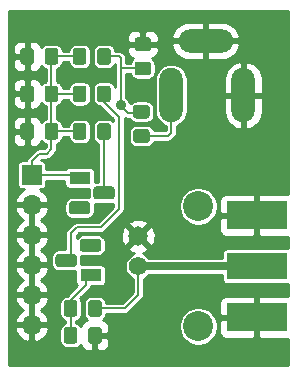
<source format=gbr>
G04 #@! TF.GenerationSoftware,KiCad,Pcbnew,(5.1.5)-3*
G04 #@! TF.CreationDate,2021-08-19T12:17:06-04:00*
G04 #@! TF.ProjectId,CP-OSC,43502d4f-5343-42e6-9b69-6361645f7063,1*
G04 #@! TF.SameCoordinates,Original*
G04 #@! TF.FileFunction,Copper,L1,Top*
G04 #@! TF.FilePolarity,Positive*
%FSLAX46Y46*%
G04 Gerber Fmt 4.6, Leading zero omitted, Abs format (unit mm)*
G04 Created by KiCad (PCBNEW (5.1.5)-3) date 2021-08-19 12:17:06*
%MOMM*%
%LPD*%
G04 APERTURE LIST*
%ADD10C,2.540000*%
%ADD11C,1.651000*%
%ADD12C,1.574800*%
%ADD13R,5.080000X2.413000*%
%ADD14R,5.080000X2.286000*%
%ADD15C,0.150000*%
%ADD16O,2.000000X4.600000*%
%ADD17O,4.600000X2.000000*%
%ADD18R,1.800000X1.100000*%
%ADD19R,1.700000X1.700000*%
%ADD20O,1.700000X1.700000*%
%ADD21C,0.889000*%
%ADD22C,1.397000*%
%ADD23C,0.203200*%
%ADD24C,0.635000*%
%ADD25C,0.254000*%
G04 APERTURE END LIST*
D10*
X104287000Y-83832400D03*
X104287000Y-73672400D03*
D11*
X99207000Y-76212400D03*
D12*
X99207000Y-78752400D03*
D13*
X109240000Y-83070400D03*
X109240000Y-74434400D03*
D14*
X109240000Y-78752400D03*
G04 #@! TA.AperFunction,SMDPad,CuDef*
D15*
G36*
X94594505Y-66623604D02*
G01*
X94618773Y-66627204D01*
X94642572Y-66633165D01*
X94665671Y-66641430D01*
X94687850Y-66651920D01*
X94708893Y-66664532D01*
X94728599Y-66679147D01*
X94746777Y-66695623D01*
X94763253Y-66713801D01*
X94777868Y-66733507D01*
X94790480Y-66754550D01*
X94800970Y-66776729D01*
X94809235Y-66799828D01*
X94815196Y-66823627D01*
X94818796Y-66847895D01*
X94820000Y-66872399D01*
X94820000Y-67772401D01*
X94818796Y-67796905D01*
X94815196Y-67821173D01*
X94809235Y-67844972D01*
X94800970Y-67868071D01*
X94790480Y-67890250D01*
X94777868Y-67911293D01*
X94763253Y-67930999D01*
X94746777Y-67949177D01*
X94728599Y-67965653D01*
X94708893Y-67980268D01*
X94687850Y-67992880D01*
X94665671Y-68003370D01*
X94642572Y-68011635D01*
X94618773Y-68017596D01*
X94594505Y-68021196D01*
X94570001Y-68022400D01*
X93919999Y-68022400D01*
X93895495Y-68021196D01*
X93871227Y-68017596D01*
X93847428Y-68011635D01*
X93824329Y-68003370D01*
X93802150Y-67992880D01*
X93781107Y-67980268D01*
X93761401Y-67965653D01*
X93743223Y-67949177D01*
X93726747Y-67930999D01*
X93712132Y-67911293D01*
X93699520Y-67890250D01*
X93689030Y-67868071D01*
X93680765Y-67844972D01*
X93674804Y-67821173D01*
X93671204Y-67796905D01*
X93670000Y-67772401D01*
X93670000Y-66872399D01*
X93671204Y-66847895D01*
X93674804Y-66823627D01*
X93680765Y-66799828D01*
X93689030Y-66776729D01*
X93699520Y-66754550D01*
X93712132Y-66733507D01*
X93726747Y-66713801D01*
X93743223Y-66695623D01*
X93761401Y-66679147D01*
X93781107Y-66664532D01*
X93802150Y-66651920D01*
X93824329Y-66641430D01*
X93847428Y-66633165D01*
X93871227Y-66627204D01*
X93895495Y-66623604D01*
X93919999Y-66622400D01*
X94570001Y-66622400D01*
X94594505Y-66623604D01*
G37*
G04 #@! TD.AperFunction*
G04 #@! TA.AperFunction,SMDPad,CuDef*
G36*
X96644505Y-66623604D02*
G01*
X96668773Y-66627204D01*
X96692572Y-66633165D01*
X96715671Y-66641430D01*
X96737850Y-66651920D01*
X96758893Y-66664532D01*
X96778599Y-66679147D01*
X96796777Y-66695623D01*
X96813253Y-66713801D01*
X96827868Y-66733507D01*
X96840480Y-66754550D01*
X96850970Y-66776729D01*
X96859235Y-66799828D01*
X96865196Y-66823627D01*
X96868796Y-66847895D01*
X96870000Y-66872399D01*
X96870000Y-67772401D01*
X96868796Y-67796905D01*
X96865196Y-67821173D01*
X96859235Y-67844972D01*
X96850970Y-67868071D01*
X96840480Y-67890250D01*
X96827868Y-67911293D01*
X96813253Y-67930999D01*
X96796777Y-67949177D01*
X96778599Y-67965653D01*
X96758893Y-67980268D01*
X96737850Y-67992880D01*
X96715671Y-68003370D01*
X96692572Y-68011635D01*
X96668773Y-68017596D01*
X96644505Y-68021196D01*
X96620001Y-68022400D01*
X95969999Y-68022400D01*
X95945495Y-68021196D01*
X95921227Y-68017596D01*
X95897428Y-68011635D01*
X95874329Y-68003370D01*
X95852150Y-67992880D01*
X95831107Y-67980268D01*
X95811401Y-67965653D01*
X95793223Y-67949177D01*
X95776747Y-67930999D01*
X95762132Y-67911293D01*
X95749520Y-67890250D01*
X95739030Y-67868071D01*
X95730765Y-67844972D01*
X95724804Y-67821173D01*
X95721204Y-67796905D01*
X95720000Y-67772401D01*
X95720000Y-66872399D01*
X95721204Y-66847895D01*
X95724804Y-66823627D01*
X95730765Y-66799828D01*
X95739030Y-66776729D01*
X95749520Y-66754550D01*
X95762132Y-66733507D01*
X95776747Y-66713801D01*
X95793223Y-66695623D01*
X95811401Y-66679147D01*
X95831107Y-66664532D01*
X95852150Y-66651920D01*
X95874329Y-66641430D01*
X95897428Y-66633165D01*
X95921227Y-66627204D01*
X95945495Y-66623604D01*
X95969999Y-66622400D01*
X96620001Y-66622400D01*
X96644505Y-66623604D01*
G37*
G04 #@! TD.AperFunction*
G04 #@! TA.AperFunction,SMDPad,CuDef*
G36*
X92199505Y-63448604D02*
G01*
X92223773Y-63452204D01*
X92247572Y-63458165D01*
X92270671Y-63466430D01*
X92292850Y-63476920D01*
X92313893Y-63489532D01*
X92333599Y-63504147D01*
X92351777Y-63520623D01*
X92368253Y-63538801D01*
X92382868Y-63558507D01*
X92395480Y-63579550D01*
X92405970Y-63601729D01*
X92414235Y-63624828D01*
X92420196Y-63648627D01*
X92423796Y-63672895D01*
X92425000Y-63697399D01*
X92425000Y-64597401D01*
X92423796Y-64621905D01*
X92420196Y-64646173D01*
X92414235Y-64669972D01*
X92405970Y-64693071D01*
X92395480Y-64715250D01*
X92382868Y-64736293D01*
X92368253Y-64755999D01*
X92351777Y-64774177D01*
X92333599Y-64790653D01*
X92313893Y-64805268D01*
X92292850Y-64817880D01*
X92270671Y-64828370D01*
X92247572Y-64836635D01*
X92223773Y-64842596D01*
X92199505Y-64846196D01*
X92175001Y-64847400D01*
X91524999Y-64847400D01*
X91500495Y-64846196D01*
X91476227Y-64842596D01*
X91452428Y-64836635D01*
X91429329Y-64828370D01*
X91407150Y-64817880D01*
X91386107Y-64805268D01*
X91366401Y-64790653D01*
X91348223Y-64774177D01*
X91331747Y-64755999D01*
X91317132Y-64736293D01*
X91304520Y-64715250D01*
X91294030Y-64693071D01*
X91285765Y-64669972D01*
X91279804Y-64646173D01*
X91276204Y-64621905D01*
X91275000Y-64597401D01*
X91275000Y-63697399D01*
X91276204Y-63672895D01*
X91279804Y-63648627D01*
X91285765Y-63624828D01*
X91294030Y-63601729D01*
X91304520Y-63579550D01*
X91317132Y-63558507D01*
X91331747Y-63538801D01*
X91348223Y-63520623D01*
X91366401Y-63504147D01*
X91386107Y-63489532D01*
X91407150Y-63476920D01*
X91429329Y-63466430D01*
X91452428Y-63458165D01*
X91476227Y-63452204D01*
X91500495Y-63448604D01*
X91524999Y-63447400D01*
X92175001Y-63447400D01*
X92199505Y-63448604D01*
G37*
G04 #@! TD.AperFunction*
G04 #@! TA.AperFunction,SMDPad,CuDef*
G36*
X90149505Y-63448604D02*
G01*
X90173773Y-63452204D01*
X90197572Y-63458165D01*
X90220671Y-63466430D01*
X90242850Y-63476920D01*
X90263893Y-63489532D01*
X90283599Y-63504147D01*
X90301777Y-63520623D01*
X90318253Y-63538801D01*
X90332868Y-63558507D01*
X90345480Y-63579550D01*
X90355970Y-63601729D01*
X90364235Y-63624828D01*
X90370196Y-63648627D01*
X90373796Y-63672895D01*
X90375000Y-63697399D01*
X90375000Y-64597401D01*
X90373796Y-64621905D01*
X90370196Y-64646173D01*
X90364235Y-64669972D01*
X90355970Y-64693071D01*
X90345480Y-64715250D01*
X90332868Y-64736293D01*
X90318253Y-64755999D01*
X90301777Y-64774177D01*
X90283599Y-64790653D01*
X90263893Y-64805268D01*
X90242850Y-64817880D01*
X90220671Y-64828370D01*
X90197572Y-64836635D01*
X90173773Y-64842596D01*
X90149505Y-64846196D01*
X90125001Y-64847400D01*
X89474999Y-64847400D01*
X89450495Y-64846196D01*
X89426227Y-64842596D01*
X89402428Y-64836635D01*
X89379329Y-64828370D01*
X89357150Y-64817880D01*
X89336107Y-64805268D01*
X89316401Y-64790653D01*
X89298223Y-64774177D01*
X89281747Y-64755999D01*
X89267132Y-64736293D01*
X89254520Y-64715250D01*
X89244030Y-64693071D01*
X89235765Y-64669972D01*
X89229804Y-64646173D01*
X89226204Y-64621905D01*
X89225000Y-64597401D01*
X89225000Y-63697399D01*
X89226204Y-63672895D01*
X89229804Y-63648627D01*
X89235765Y-63624828D01*
X89244030Y-63601729D01*
X89254520Y-63579550D01*
X89267132Y-63558507D01*
X89281747Y-63538801D01*
X89298223Y-63520623D01*
X89316401Y-63504147D01*
X89336107Y-63489532D01*
X89357150Y-63476920D01*
X89379329Y-63466430D01*
X89402428Y-63458165D01*
X89426227Y-63452204D01*
X89450495Y-63448604D01*
X89474999Y-63447400D01*
X90125001Y-63447400D01*
X90149505Y-63448604D01*
G37*
G04 #@! TD.AperFunction*
G04 #@! TA.AperFunction,SMDPad,CuDef*
G36*
X93832505Y-81609604D02*
G01*
X93856773Y-81613204D01*
X93880572Y-81619165D01*
X93903671Y-81627430D01*
X93925850Y-81637920D01*
X93946893Y-81650532D01*
X93966599Y-81665147D01*
X93984777Y-81681623D01*
X94001253Y-81699801D01*
X94015868Y-81719507D01*
X94028480Y-81740550D01*
X94038970Y-81762729D01*
X94047235Y-81785828D01*
X94053196Y-81809627D01*
X94056796Y-81833895D01*
X94058000Y-81858399D01*
X94058000Y-82758401D01*
X94056796Y-82782905D01*
X94053196Y-82807173D01*
X94047235Y-82830972D01*
X94038970Y-82854071D01*
X94028480Y-82876250D01*
X94015868Y-82897293D01*
X94001253Y-82916999D01*
X93984777Y-82935177D01*
X93966599Y-82951653D01*
X93946893Y-82966268D01*
X93925850Y-82978880D01*
X93903671Y-82989370D01*
X93880572Y-82997635D01*
X93856773Y-83003596D01*
X93832505Y-83007196D01*
X93808001Y-83008400D01*
X93157999Y-83008400D01*
X93133495Y-83007196D01*
X93109227Y-83003596D01*
X93085428Y-82997635D01*
X93062329Y-82989370D01*
X93040150Y-82978880D01*
X93019107Y-82966268D01*
X92999401Y-82951653D01*
X92981223Y-82935177D01*
X92964747Y-82916999D01*
X92950132Y-82897293D01*
X92937520Y-82876250D01*
X92927030Y-82854071D01*
X92918765Y-82830972D01*
X92912804Y-82807173D01*
X92909204Y-82782905D01*
X92908000Y-82758401D01*
X92908000Y-81858399D01*
X92909204Y-81833895D01*
X92912804Y-81809627D01*
X92918765Y-81785828D01*
X92927030Y-81762729D01*
X92937520Y-81740550D01*
X92950132Y-81719507D01*
X92964747Y-81699801D01*
X92981223Y-81681623D01*
X92999401Y-81665147D01*
X93019107Y-81650532D01*
X93040150Y-81637920D01*
X93062329Y-81627430D01*
X93085428Y-81619165D01*
X93109227Y-81613204D01*
X93133495Y-81609604D01*
X93157999Y-81608400D01*
X93808001Y-81608400D01*
X93832505Y-81609604D01*
G37*
G04 #@! TD.AperFunction*
G04 #@! TA.AperFunction,SMDPad,CuDef*
G36*
X95882505Y-81609604D02*
G01*
X95906773Y-81613204D01*
X95930572Y-81619165D01*
X95953671Y-81627430D01*
X95975850Y-81637920D01*
X95996893Y-81650532D01*
X96016599Y-81665147D01*
X96034777Y-81681623D01*
X96051253Y-81699801D01*
X96065868Y-81719507D01*
X96078480Y-81740550D01*
X96088970Y-81762729D01*
X96097235Y-81785828D01*
X96103196Y-81809627D01*
X96106796Y-81833895D01*
X96108000Y-81858399D01*
X96108000Y-82758401D01*
X96106796Y-82782905D01*
X96103196Y-82807173D01*
X96097235Y-82830972D01*
X96088970Y-82854071D01*
X96078480Y-82876250D01*
X96065868Y-82897293D01*
X96051253Y-82916999D01*
X96034777Y-82935177D01*
X96016599Y-82951653D01*
X95996893Y-82966268D01*
X95975850Y-82978880D01*
X95953671Y-82989370D01*
X95930572Y-82997635D01*
X95906773Y-83003596D01*
X95882505Y-83007196D01*
X95858001Y-83008400D01*
X95207999Y-83008400D01*
X95183495Y-83007196D01*
X95159227Y-83003596D01*
X95135428Y-82997635D01*
X95112329Y-82989370D01*
X95090150Y-82978880D01*
X95069107Y-82966268D01*
X95049401Y-82951653D01*
X95031223Y-82935177D01*
X95014747Y-82916999D01*
X95000132Y-82897293D01*
X94987520Y-82876250D01*
X94977030Y-82854071D01*
X94968765Y-82830972D01*
X94962804Y-82807173D01*
X94959204Y-82782905D01*
X94958000Y-82758401D01*
X94958000Y-81858399D01*
X94959204Y-81833895D01*
X94962804Y-81809627D01*
X94968765Y-81785828D01*
X94977030Y-81762729D01*
X94987520Y-81740550D01*
X95000132Y-81719507D01*
X95014747Y-81699801D01*
X95031223Y-81681623D01*
X95049401Y-81665147D01*
X95069107Y-81650532D01*
X95090150Y-81637920D01*
X95112329Y-81627430D01*
X95135428Y-81619165D01*
X95159227Y-81613204D01*
X95183495Y-81609604D01*
X95207999Y-81608400D01*
X95858001Y-81608400D01*
X95882505Y-81609604D01*
G37*
G04 #@! TD.AperFunction*
G04 #@! TA.AperFunction,SMDPad,CuDef*
G36*
X100062505Y-61423604D02*
G01*
X100086773Y-61427204D01*
X100110572Y-61433165D01*
X100133671Y-61441430D01*
X100155850Y-61451920D01*
X100176893Y-61464532D01*
X100196599Y-61479147D01*
X100214777Y-61495623D01*
X100231253Y-61513801D01*
X100245868Y-61533507D01*
X100258480Y-61554550D01*
X100268970Y-61576729D01*
X100277235Y-61599828D01*
X100283196Y-61623627D01*
X100286796Y-61647895D01*
X100288000Y-61672399D01*
X100288000Y-62322401D01*
X100286796Y-62346905D01*
X100283196Y-62371173D01*
X100277235Y-62394972D01*
X100268970Y-62418071D01*
X100258480Y-62440250D01*
X100245868Y-62461293D01*
X100231253Y-62480999D01*
X100214777Y-62499177D01*
X100196599Y-62515653D01*
X100176893Y-62530268D01*
X100155850Y-62542880D01*
X100133671Y-62553370D01*
X100110572Y-62561635D01*
X100086773Y-62567596D01*
X100062505Y-62571196D01*
X100038001Y-62572400D01*
X99137999Y-62572400D01*
X99113495Y-62571196D01*
X99089227Y-62567596D01*
X99065428Y-62561635D01*
X99042329Y-62553370D01*
X99020150Y-62542880D01*
X98999107Y-62530268D01*
X98979401Y-62515653D01*
X98961223Y-62499177D01*
X98944747Y-62480999D01*
X98930132Y-62461293D01*
X98917520Y-62440250D01*
X98907030Y-62418071D01*
X98898765Y-62394972D01*
X98892804Y-62371173D01*
X98889204Y-62346905D01*
X98888000Y-62322401D01*
X98888000Y-61672399D01*
X98889204Y-61647895D01*
X98892804Y-61623627D01*
X98898765Y-61599828D01*
X98907030Y-61576729D01*
X98917520Y-61554550D01*
X98930132Y-61533507D01*
X98944747Y-61513801D01*
X98961223Y-61495623D01*
X98979401Y-61479147D01*
X98999107Y-61464532D01*
X99020150Y-61451920D01*
X99042329Y-61441430D01*
X99065428Y-61433165D01*
X99089227Y-61427204D01*
X99113495Y-61423604D01*
X99137999Y-61422400D01*
X100038001Y-61422400D01*
X100062505Y-61423604D01*
G37*
G04 #@! TD.AperFunction*
G04 #@! TA.AperFunction,SMDPad,CuDef*
G36*
X100062505Y-59373604D02*
G01*
X100086773Y-59377204D01*
X100110572Y-59383165D01*
X100133671Y-59391430D01*
X100155850Y-59401920D01*
X100176893Y-59414532D01*
X100196599Y-59429147D01*
X100214777Y-59445623D01*
X100231253Y-59463801D01*
X100245868Y-59483507D01*
X100258480Y-59504550D01*
X100268970Y-59526729D01*
X100277235Y-59549828D01*
X100283196Y-59573627D01*
X100286796Y-59597895D01*
X100288000Y-59622399D01*
X100288000Y-60272401D01*
X100286796Y-60296905D01*
X100283196Y-60321173D01*
X100277235Y-60344972D01*
X100268970Y-60368071D01*
X100258480Y-60390250D01*
X100245868Y-60411293D01*
X100231253Y-60430999D01*
X100214777Y-60449177D01*
X100196599Y-60465653D01*
X100176893Y-60480268D01*
X100155850Y-60492880D01*
X100133671Y-60503370D01*
X100110572Y-60511635D01*
X100086773Y-60517596D01*
X100062505Y-60521196D01*
X100038001Y-60522400D01*
X99137999Y-60522400D01*
X99113495Y-60521196D01*
X99089227Y-60517596D01*
X99065428Y-60511635D01*
X99042329Y-60503370D01*
X99020150Y-60492880D01*
X98999107Y-60480268D01*
X98979401Y-60465653D01*
X98961223Y-60449177D01*
X98944747Y-60430999D01*
X98930132Y-60411293D01*
X98917520Y-60390250D01*
X98907030Y-60368071D01*
X98898765Y-60344972D01*
X98892804Y-60321173D01*
X98889204Y-60296905D01*
X98888000Y-60272401D01*
X98888000Y-59622399D01*
X98889204Y-59597895D01*
X98892804Y-59573627D01*
X98898765Y-59549828D01*
X98907030Y-59526729D01*
X98917520Y-59504550D01*
X98930132Y-59483507D01*
X98944747Y-59463801D01*
X98961223Y-59445623D01*
X98979401Y-59429147D01*
X98999107Y-59414532D01*
X99020150Y-59401920D01*
X99042329Y-59391430D01*
X99065428Y-59383165D01*
X99089227Y-59377204D01*
X99113495Y-59373604D01*
X99137999Y-59372400D01*
X100038001Y-59372400D01*
X100062505Y-59373604D01*
G37*
G04 #@! TD.AperFunction*
D16*
X108097000Y-64274400D03*
X101997000Y-64274400D03*
D17*
X104897000Y-59674400D03*
G04 #@! TA.AperFunction,ComponentPad*
D15*
G36*
X96956955Y-71980724D02*
G01*
X96983650Y-71984684D01*
X97009828Y-71991241D01*
X97035238Y-72000333D01*
X97059634Y-72011872D01*
X97082782Y-72025746D01*
X97104458Y-72041822D01*
X97124454Y-72059946D01*
X97142578Y-72079942D01*
X97158654Y-72101618D01*
X97172528Y-72124766D01*
X97184067Y-72149162D01*
X97193159Y-72174572D01*
X97199716Y-72200750D01*
X97203676Y-72227445D01*
X97205000Y-72254400D01*
X97205000Y-72804400D01*
X97203676Y-72831355D01*
X97199716Y-72858050D01*
X97193159Y-72884228D01*
X97184067Y-72909638D01*
X97172528Y-72934034D01*
X97158654Y-72957182D01*
X97142578Y-72978858D01*
X97124454Y-72998854D01*
X97104458Y-73016978D01*
X97082782Y-73033054D01*
X97059634Y-73046928D01*
X97035238Y-73058467D01*
X97009828Y-73067559D01*
X96983650Y-73074116D01*
X96956955Y-73078076D01*
X96930000Y-73079400D01*
X95680000Y-73079400D01*
X95653045Y-73078076D01*
X95626350Y-73074116D01*
X95600172Y-73067559D01*
X95574762Y-73058467D01*
X95550366Y-73046928D01*
X95527218Y-73033054D01*
X95505542Y-73016978D01*
X95485546Y-72998854D01*
X95467422Y-72978858D01*
X95451346Y-72957182D01*
X95437472Y-72934034D01*
X95425933Y-72909638D01*
X95416841Y-72884228D01*
X95410284Y-72858050D01*
X95406324Y-72831355D01*
X95405000Y-72804400D01*
X95405000Y-72254400D01*
X95406324Y-72227445D01*
X95410284Y-72200750D01*
X95416841Y-72174572D01*
X95425933Y-72149162D01*
X95437472Y-72124766D01*
X95451346Y-72101618D01*
X95467422Y-72079942D01*
X95485546Y-72059946D01*
X95505542Y-72041822D01*
X95527218Y-72025746D01*
X95550366Y-72011872D01*
X95574762Y-72000333D01*
X95600172Y-71991241D01*
X95626350Y-71984684D01*
X95653045Y-71980724D01*
X95680000Y-71979400D01*
X96930000Y-71979400D01*
X96956955Y-71980724D01*
G37*
G04 #@! TD.AperFunction*
G04 #@! TA.AperFunction,ComponentPad*
G36*
X94886955Y-73250724D02*
G01*
X94913650Y-73254684D01*
X94939828Y-73261241D01*
X94965238Y-73270333D01*
X94989634Y-73281872D01*
X95012782Y-73295746D01*
X95034458Y-73311822D01*
X95054454Y-73329946D01*
X95072578Y-73349942D01*
X95088654Y-73371618D01*
X95102528Y-73394766D01*
X95114067Y-73419162D01*
X95123159Y-73444572D01*
X95129716Y-73470750D01*
X95133676Y-73497445D01*
X95135000Y-73524400D01*
X95135000Y-74074400D01*
X95133676Y-74101355D01*
X95129716Y-74128050D01*
X95123159Y-74154228D01*
X95114067Y-74179638D01*
X95102528Y-74204034D01*
X95088654Y-74227182D01*
X95072578Y-74248858D01*
X95054454Y-74268854D01*
X95034458Y-74286978D01*
X95012782Y-74303054D01*
X94989634Y-74316928D01*
X94965238Y-74328467D01*
X94939828Y-74337559D01*
X94913650Y-74344116D01*
X94886955Y-74348076D01*
X94860000Y-74349400D01*
X93610000Y-74349400D01*
X93583045Y-74348076D01*
X93556350Y-74344116D01*
X93530172Y-74337559D01*
X93504762Y-74328467D01*
X93480366Y-74316928D01*
X93457218Y-74303054D01*
X93435542Y-74286978D01*
X93415546Y-74268854D01*
X93397422Y-74248858D01*
X93381346Y-74227182D01*
X93367472Y-74204034D01*
X93355933Y-74179638D01*
X93346841Y-74154228D01*
X93340284Y-74128050D01*
X93336324Y-74101355D01*
X93335000Y-74074400D01*
X93335000Y-73524400D01*
X93336324Y-73497445D01*
X93340284Y-73470750D01*
X93346841Y-73444572D01*
X93355933Y-73419162D01*
X93367472Y-73394766D01*
X93381346Y-73371618D01*
X93397422Y-73349942D01*
X93415546Y-73329946D01*
X93435542Y-73311822D01*
X93457218Y-73295746D01*
X93480366Y-73281872D01*
X93504762Y-73270333D01*
X93530172Y-73261241D01*
X93556350Y-73254684D01*
X93583045Y-73250724D01*
X93610000Y-73249400D01*
X94860000Y-73249400D01*
X94886955Y-73250724D01*
G37*
G04 #@! TD.AperFunction*
D18*
X94235000Y-71259400D03*
X95162000Y-79514400D03*
G04 #@! TA.AperFunction,ComponentPad*
D15*
G36*
X95813955Y-76425724D02*
G01*
X95840650Y-76429684D01*
X95866828Y-76436241D01*
X95892238Y-76445333D01*
X95916634Y-76456872D01*
X95939782Y-76470746D01*
X95961458Y-76486822D01*
X95981454Y-76504946D01*
X95999578Y-76524942D01*
X96015654Y-76546618D01*
X96029528Y-76569766D01*
X96041067Y-76594162D01*
X96050159Y-76619572D01*
X96056716Y-76645750D01*
X96060676Y-76672445D01*
X96062000Y-76699400D01*
X96062000Y-77249400D01*
X96060676Y-77276355D01*
X96056716Y-77303050D01*
X96050159Y-77329228D01*
X96041067Y-77354638D01*
X96029528Y-77379034D01*
X96015654Y-77402182D01*
X95999578Y-77423858D01*
X95981454Y-77443854D01*
X95961458Y-77461978D01*
X95939782Y-77478054D01*
X95916634Y-77491928D01*
X95892238Y-77503467D01*
X95866828Y-77512559D01*
X95840650Y-77519116D01*
X95813955Y-77523076D01*
X95787000Y-77524400D01*
X94537000Y-77524400D01*
X94510045Y-77523076D01*
X94483350Y-77519116D01*
X94457172Y-77512559D01*
X94431762Y-77503467D01*
X94407366Y-77491928D01*
X94384218Y-77478054D01*
X94362542Y-77461978D01*
X94342546Y-77443854D01*
X94324422Y-77423858D01*
X94308346Y-77402182D01*
X94294472Y-77379034D01*
X94282933Y-77354638D01*
X94273841Y-77329228D01*
X94267284Y-77303050D01*
X94263324Y-77276355D01*
X94262000Y-77249400D01*
X94262000Y-76699400D01*
X94263324Y-76672445D01*
X94267284Y-76645750D01*
X94273841Y-76619572D01*
X94282933Y-76594162D01*
X94294472Y-76569766D01*
X94308346Y-76546618D01*
X94324422Y-76524942D01*
X94342546Y-76504946D01*
X94362542Y-76486822D01*
X94384218Y-76470746D01*
X94407366Y-76456872D01*
X94431762Y-76445333D01*
X94457172Y-76436241D01*
X94483350Y-76429684D01*
X94510045Y-76425724D01*
X94537000Y-76424400D01*
X95787000Y-76424400D01*
X95813955Y-76425724D01*
G37*
G04 #@! TD.AperFunction*
G04 #@! TA.AperFunction,ComponentPad*
G36*
X93743955Y-77695724D02*
G01*
X93770650Y-77699684D01*
X93796828Y-77706241D01*
X93822238Y-77715333D01*
X93846634Y-77726872D01*
X93869782Y-77740746D01*
X93891458Y-77756822D01*
X93911454Y-77774946D01*
X93929578Y-77794942D01*
X93945654Y-77816618D01*
X93959528Y-77839766D01*
X93971067Y-77864162D01*
X93980159Y-77889572D01*
X93986716Y-77915750D01*
X93990676Y-77942445D01*
X93992000Y-77969400D01*
X93992000Y-78519400D01*
X93990676Y-78546355D01*
X93986716Y-78573050D01*
X93980159Y-78599228D01*
X93971067Y-78624638D01*
X93959528Y-78649034D01*
X93945654Y-78672182D01*
X93929578Y-78693858D01*
X93911454Y-78713854D01*
X93891458Y-78731978D01*
X93869782Y-78748054D01*
X93846634Y-78761928D01*
X93822238Y-78773467D01*
X93796828Y-78782559D01*
X93770650Y-78789116D01*
X93743955Y-78793076D01*
X93717000Y-78794400D01*
X92467000Y-78794400D01*
X92440045Y-78793076D01*
X92413350Y-78789116D01*
X92387172Y-78782559D01*
X92361762Y-78773467D01*
X92337366Y-78761928D01*
X92314218Y-78748054D01*
X92292542Y-78731978D01*
X92272546Y-78713854D01*
X92254422Y-78693858D01*
X92238346Y-78672182D01*
X92224472Y-78649034D01*
X92212933Y-78624638D01*
X92203841Y-78599228D01*
X92197284Y-78573050D01*
X92193324Y-78546355D01*
X92192000Y-78519400D01*
X92192000Y-77969400D01*
X92193324Y-77942445D01*
X92197284Y-77915750D01*
X92203841Y-77889572D01*
X92212933Y-77864162D01*
X92224472Y-77839766D01*
X92238346Y-77816618D01*
X92254422Y-77794942D01*
X92272546Y-77774946D01*
X92292542Y-77756822D01*
X92314218Y-77740746D01*
X92337366Y-77726872D01*
X92361762Y-77715333D01*
X92387172Y-77706241D01*
X92413350Y-77699684D01*
X92440045Y-77695724D01*
X92467000Y-77694400D01*
X93717000Y-77694400D01*
X93743955Y-77695724D01*
G37*
G04 #@! TD.AperFunction*
G04 #@! TA.AperFunction,SMDPad,CuDef*
G36*
X96644505Y-60273604D02*
G01*
X96668773Y-60277204D01*
X96692572Y-60283165D01*
X96715671Y-60291430D01*
X96737850Y-60301920D01*
X96758893Y-60314532D01*
X96778599Y-60329147D01*
X96796777Y-60345623D01*
X96813253Y-60363801D01*
X96827868Y-60383507D01*
X96840480Y-60404550D01*
X96850970Y-60426729D01*
X96859235Y-60449828D01*
X96865196Y-60473627D01*
X96868796Y-60497895D01*
X96870000Y-60522399D01*
X96870000Y-61422401D01*
X96868796Y-61446905D01*
X96865196Y-61471173D01*
X96859235Y-61494972D01*
X96850970Y-61518071D01*
X96840480Y-61540250D01*
X96827868Y-61561293D01*
X96813253Y-61580999D01*
X96796777Y-61599177D01*
X96778599Y-61615653D01*
X96758893Y-61630268D01*
X96737850Y-61642880D01*
X96715671Y-61653370D01*
X96692572Y-61661635D01*
X96668773Y-61667596D01*
X96644505Y-61671196D01*
X96620001Y-61672400D01*
X95969999Y-61672400D01*
X95945495Y-61671196D01*
X95921227Y-61667596D01*
X95897428Y-61661635D01*
X95874329Y-61653370D01*
X95852150Y-61642880D01*
X95831107Y-61630268D01*
X95811401Y-61615653D01*
X95793223Y-61599177D01*
X95776747Y-61580999D01*
X95762132Y-61561293D01*
X95749520Y-61540250D01*
X95739030Y-61518071D01*
X95730765Y-61494972D01*
X95724804Y-61471173D01*
X95721204Y-61446905D01*
X95720000Y-61422401D01*
X95720000Y-60522399D01*
X95721204Y-60497895D01*
X95724804Y-60473627D01*
X95730765Y-60449828D01*
X95739030Y-60426729D01*
X95749520Y-60404550D01*
X95762132Y-60383507D01*
X95776747Y-60363801D01*
X95793223Y-60345623D01*
X95811401Y-60329147D01*
X95831107Y-60314532D01*
X95852150Y-60301920D01*
X95874329Y-60291430D01*
X95897428Y-60283165D01*
X95921227Y-60277204D01*
X95945495Y-60273604D01*
X95969999Y-60272400D01*
X96620001Y-60272400D01*
X96644505Y-60273604D01*
G37*
G04 #@! TD.AperFunction*
G04 #@! TA.AperFunction,SMDPad,CuDef*
G36*
X94594505Y-60273604D02*
G01*
X94618773Y-60277204D01*
X94642572Y-60283165D01*
X94665671Y-60291430D01*
X94687850Y-60301920D01*
X94708893Y-60314532D01*
X94728599Y-60329147D01*
X94746777Y-60345623D01*
X94763253Y-60363801D01*
X94777868Y-60383507D01*
X94790480Y-60404550D01*
X94800970Y-60426729D01*
X94809235Y-60449828D01*
X94815196Y-60473627D01*
X94818796Y-60497895D01*
X94820000Y-60522399D01*
X94820000Y-61422401D01*
X94818796Y-61446905D01*
X94815196Y-61471173D01*
X94809235Y-61494972D01*
X94800970Y-61518071D01*
X94790480Y-61540250D01*
X94777868Y-61561293D01*
X94763253Y-61580999D01*
X94746777Y-61599177D01*
X94728599Y-61615653D01*
X94708893Y-61630268D01*
X94687850Y-61642880D01*
X94665671Y-61653370D01*
X94642572Y-61661635D01*
X94618773Y-61667596D01*
X94594505Y-61671196D01*
X94570001Y-61672400D01*
X93919999Y-61672400D01*
X93895495Y-61671196D01*
X93871227Y-61667596D01*
X93847428Y-61661635D01*
X93824329Y-61653370D01*
X93802150Y-61642880D01*
X93781107Y-61630268D01*
X93761401Y-61615653D01*
X93743223Y-61599177D01*
X93726747Y-61580999D01*
X93712132Y-61561293D01*
X93699520Y-61540250D01*
X93689030Y-61518071D01*
X93680765Y-61494972D01*
X93674804Y-61471173D01*
X93671204Y-61446905D01*
X93670000Y-61422401D01*
X93670000Y-60522399D01*
X93671204Y-60497895D01*
X93674804Y-60473627D01*
X93680765Y-60449828D01*
X93689030Y-60426729D01*
X93699520Y-60404550D01*
X93712132Y-60383507D01*
X93726747Y-60363801D01*
X93743223Y-60345623D01*
X93761401Y-60329147D01*
X93781107Y-60314532D01*
X93802150Y-60301920D01*
X93824329Y-60291430D01*
X93847428Y-60283165D01*
X93871227Y-60277204D01*
X93895495Y-60273604D01*
X93919999Y-60272400D01*
X94570001Y-60272400D01*
X94594505Y-60273604D01*
G37*
G04 #@! TD.AperFunction*
G04 #@! TA.AperFunction,SMDPad,CuDef*
G36*
X90149505Y-60273604D02*
G01*
X90173773Y-60277204D01*
X90197572Y-60283165D01*
X90220671Y-60291430D01*
X90242850Y-60301920D01*
X90263893Y-60314532D01*
X90283599Y-60329147D01*
X90301777Y-60345623D01*
X90318253Y-60363801D01*
X90332868Y-60383507D01*
X90345480Y-60404550D01*
X90355970Y-60426729D01*
X90364235Y-60449828D01*
X90370196Y-60473627D01*
X90373796Y-60497895D01*
X90375000Y-60522399D01*
X90375000Y-61422401D01*
X90373796Y-61446905D01*
X90370196Y-61471173D01*
X90364235Y-61494972D01*
X90355970Y-61518071D01*
X90345480Y-61540250D01*
X90332868Y-61561293D01*
X90318253Y-61580999D01*
X90301777Y-61599177D01*
X90283599Y-61615653D01*
X90263893Y-61630268D01*
X90242850Y-61642880D01*
X90220671Y-61653370D01*
X90197572Y-61661635D01*
X90173773Y-61667596D01*
X90149505Y-61671196D01*
X90125001Y-61672400D01*
X89474999Y-61672400D01*
X89450495Y-61671196D01*
X89426227Y-61667596D01*
X89402428Y-61661635D01*
X89379329Y-61653370D01*
X89357150Y-61642880D01*
X89336107Y-61630268D01*
X89316401Y-61615653D01*
X89298223Y-61599177D01*
X89281747Y-61580999D01*
X89267132Y-61561293D01*
X89254520Y-61540250D01*
X89244030Y-61518071D01*
X89235765Y-61494972D01*
X89229804Y-61471173D01*
X89226204Y-61446905D01*
X89225000Y-61422401D01*
X89225000Y-60522399D01*
X89226204Y-60497895D01*
X89229804Y-60473627D01*
X89235765Y-60449828D01*
X89244030Y-60426729D01*
X89254520Y-60404550D01*
X89267132Y-60383507D01*
X89281747Y-60363801D01*
X89298223Y-60345623D01*
X89316401Y-60329147D01*
X89336107Y-60314532D01*
X89357150Y-60301920D01*
X89379329Y-60291430D01*
X89402428Y-60283165D01*
X89426227Y-60277204D01*
X89450495Y-60273604D01*
X89474999Y-60272400D01*
X90125001Y-60272400D01*
X90149505Y-60273604D01*
G37*
G04 #@! TD.AperFunction*
G04 #@! TA.AperFunction,SMDPad,CuDef*
G36*
X92199505Y-60273604D02*
G01*
X92223773Y-60277204D01*
X92247572Y-60283165D01*
X92270671Y-60291430D01*
X92292850Y-60301920D01*
X92313893Y-60314532D01*
X92333599Y-60329147D01*
X92351777Y-60345623D01*
X92368253Y-60363801D01*
X92382868Y-60383507D01*
X92395480Y-60404550D01*
X92405970Y-60426729D01*
X92414235Y-60449828D01*
X92420196Y-60473627D01*
X92423796Y-60497895D01*
X92425000Y-60522399D01*
X92425000Y-61422401D01*
X92423796Y-61446905D01*
X92420196Y-61471173D01*
X92414235Y-61494972D01*
X92405970Y-61518071D01*
X92395480Y-61540250D01*
X92382868Y-61561293D01*
X92368253Y-61580999D01*
X92351777Y-61599177D01*
X92333599Y-61615653D01*
X92313893Y-61630268D01*
X92292850Y-61642880D01*
X92270671Y-61653370D01*
X92247572Y-61661635D01*
X92223773Y-61667596D01*
X92199505Y-61671196D01*
X92175001Y-61672400D01*
X91524999Y-61672400D01*
X91500495Y-61671196D01*
X91476227Y-61667596D01*
X91452428Y-61661635D01*
X91429329Y-61653370D01*
X91407150Y-61642880D01*
X91386107Y-61630268D01*
X91366401Y-61615653D01*
X91348223Y-61599177D01*
X91331747Y-61580999D01*
X91317132Y-61561293D01*
X91304520Y-61540250D01*
X91294030Y-61518071D01*
X91285765Y-61494972D01*
X91279804Y-61471173D01*
X91276204Y-61446905D01*
X91275000Y-61422401D01*
X91275000Y-60522399D01*
X91276204Y-60497895D01*
X91279804Y-60473627D01*
X91285765Y-60449828D01*
X91294030Y-60426729D01*
X91304520Y-60404550D01*
X91317132Y-60383507D01*
X91331747Y-60363801D01*
X91348223Y-60345623D01*
X91366401Y-60329147D01*
X91386107Y-60314532D01*
X91407150Y-60301920D01*
X91429329Y-60291430D01*
X91452428Y-60283165D01*
X91476227Y-60277204D01*
X91500495Y-60273604D01*
X91524999Y-60272400D01*
X92175001Y-60272400D01*
X92199505Y-60273604D01*
G37*
G04 #@! TD.AperFunction*
G04 #@! TA.AperFunction,SMDPad,CuDef*
G36*
X90149505Y-66623604D02*
G01*
X90173773Y-66627204D01*
X90197572Y-66633165D01*
X90220671Y-66641430D01*
X90242850Y-66651920D01*
X90263893Y-66664532D01*
X90283599Y-66679147D01*
X90301777Y-66695623D01*
X90318253Y-66713801D01*
X90332868Y-66733507D01*
X90345480Y-66754550D01*
X90355970Y-66776729D01*
X90364235Y-66799828D01*
X90370196Y-66823627D01*
X90373796Y-66847895D01*
X90375000Y-66872399D01*
X90375000Y-67772401D01*
X90373796Y-67796905D01*
X90370196Y-67821173D01*
X90364235Y-67844972D01*
X90355970Y-67868071D01*
X90345480Y-67890250D01*
X90332868Y-67911293D01*
X90318253Y-67930999D01*
X90301777Y-67949177D01*
X90283599Y-67965653D01*
X90263893Y-67980268D01*
X90242850Y-67992880D01*
X90220671Y-68003370D01*
X90197572Y-68011635D01*
X90173773Y-68017596D01*
X90149505Y-68021196D01*
X90125001Y-68022400D01*
X89474999Y-68022400D01*
X89450495Y-68021196D01*
X89426227Y-68017596D01*
X89402428Y-68011635D01*
X89379329Y-68003370D01*
X89357150Y-67992880D01*
X89336107Y-67980268D01*
X89316401Y-67965653D01*
X89298223Y-67949177D01*
X89281747Y-67930999D01*
X89267132Y-67911293D01*
X89254520Y-67890250D01*
X89244030Y-67868071D01*
X89235765Y-67844972D01*
X89229804Y-67821173D01*
X89226204Y-67796905D01*
X89225000Y-67772401D01*
X89225000Y-66872399D01*
X89226204Y-66847895D01*
X89229804Y-66823627D01*
X89235765Y-66799828D01*
X89244030Y-66776729D01*
X89254520Y-66754550D01*
X89267132Y-66733507D01*
X89281747Y-66713801D01*
X89298223Y-66695623D01*
X89316401Y-66679147D01*
X89336107Y-66664532D01*
X89357150Y-66651920D01*
X89379329Y-66641430D01*
X89402428Y-66633165D01*
X89426227Y-66627204D01*
X89450495Y-66623604D01*
X89474999Y-66622400D01*
X90125001Y-66622400D01*
X90149505Y-66623604D01*
G37*
G04 #@! TD.AperFunction*
G04 #@! TA.AperFunction,SMDPad,CuDef*
G36*
X92199505Y-66623604D02*
G01*
X92223773Y-66627204D01*
X92247572Y-66633165D01*
X92270671Y-66641430D01*
X92292850Y-66651920D01*
X92313893Y-66664532D01*
X92333599Y-66679147D01*
X92351777Y-66695623D01*
X92368253Y-66713801D01*
X92382868Y-66733507D01*
X92395480Y-66754550D01*
X92405970Y-66776729D01*
X92414235Y-66799828D01*
X92420196Y-66823627D01*
X92423796Y-66847895D01*
X92425000Y-66872399D01*
X92425000Y-67772401D01*
X92423796Y-67796905D01*
X92420196Y-67821173D01*
X92414235Y-67844972D01*
X92405970Y-67868071D01*
X92395480Y-67890250D01*
X92382868Y-67911293D01*
X92368253Y-67930999D01*
X92351777Y-67949177D01*
X92333599Y-67965653D01*
X92313893Y-67980268D01*
X92292850Y-67992880D01*
X92270671Y-68003370D01*
X92247572Y-68011635D01*
X92223773Y-68017596D01*
X92199505Y-68021196D01*
X92175001Y-68022400D01*
X91524999Y-68022400D01*
X91500495Y-68021196D01*
X91476227Y-68017596D01*
X91452428Y-68011635D01*
X91429329Y-68003370D01*
X91407150Y-67992880D01*
X91386107Y-67980268D01*
X91366401Y-67965653D01*
X91348223Y-67949177D01*
X91331747Y-67930999D01*
X91317132Y-67911293D01*
X91304520Y-67890250D01*
X91294030Y-67868071D01*
X91285765Y-67844972D01*
X91279804Y-67821173D01*
X91276204Y-67796905D01*
X91275000Y-67772401D01*
X91275000Y-66872399D01*
X91276204Y-66847895D01*
X91279804Y-66823627D01*
X91285765Y-66799828D01*
X91294030Y-66776729D01*
X91304520Y-66754550D01*
X91317132Y-66733507D01*
X91331747Y-66713801D01*
X91348223Y-66695623D01*
X91366401Y-66679147D01*
X91386107Y-66664532D01*
X91407150Y-66651920D01*
X91429329Y-66641430D01*
X91452428Y-66633165D01*
X91476227Y-66627204D01*
X91500495Y-66623604D01*
X91524999Y-66622400D01*
X92175001Y-66622400D01*
X92199505Y-66623604D01*
G37*
G04 #@! TD.AperFunction*
G04 #@! TA.AperFunction,SMDPad,CuDef*
G36*
X94594505Y-63448604D02*
G01*
X94618773Y-63452204D01*
X94642572Y-63458165D01*
X94665671Y-63466430D01*
X94687850Y-63476920D01*
X94708893Y-63489532D01*
X94728599Y-63504147D01*
X94746777Y-63520623D01*
X94763253Y-63538801D01*
X94777868Y-63558507D01*
X94790480Y-63579550D01*
X94800970Y-63601729D01*
X94809235Y-63624828D01*
X94815196Y-63648627D01*
X94818796Y-63672895D01*
X94820000Y-63697399D01*
X94820000Y-64597401D01*
X94818796Y-64621905D01*
X94815196Y-64646173D01*
X94809235Y-64669972D01*
X94800970Y-64693071D01*
X94790480Y-64715250D01*
X94777868Y-64736293D01*
X94763253Y-64755999D01*
X94746777Y-64774177D01*
X94728599Y-64790653D01*
X94708893Y-64805268D01*
X94687850Y-64817880D01*
X94665671Y-64828370D01*
X94642572Y-64836635D01*
X94618773Y-64842596D01*
X94594505Y-64846196D01*
X94570001Y-64847400D01*
X93919999Y-64847400D01*
X93895495Y-64846196D01*
X93871227Y-64842596D01*
X93847428Y-64836635D01*
X93824329Y-64828370D01*
X93802150Y-64817880D01*
X93781107Y-64805268D01*
X93761401Y-64790653D01*
X93743223Y-64774177D01*
X93726747Y-64755999D01*
X93712132Y-64736293D01*
X93699520Y-64715250D01*
X93689030Y-64693071D01*
X93680765Y-64669972D01*
X93674804Y-64646173D01*
X93671204Y-64621905D01*
X93670000Y-64597401D01*
X93670000Y-63697399D01*
X93671204Y-63672895D01*
X93674804Y-63648627D01*
X93680765Y-63624828D01*
X93689030Y-63601729D01*
X93699520Y-63579550D01*
X93712132Y-63558507D01*
X93726747Y-63538801D01*
X93743223Y-63520623D01*
X93761401Y-63504147D01*
X93781107Y-63489532D01*
X93802150Y-63476920D01*
X93824329Y-63466430D01*
X93847428Y-63458165D01*
X93871227Y-63452204D01*
X93895495Y-63448604D01*
X93919999Y-63447400D01*
X94570001Y-63447400D01*
X94594505Y-63448604D01*
G37*
G04 #@! TD.AperFunction*
G04 #@! TA.AperFunction,SMDPad,CuDef*
G36*
X96644505Y-63448604D02*
G01*
X96668773Y-63452204D01*
X96692572Y-63458165D01*
X96715671Y-63466430D01*
X96737850Y-63476920D01*
X96758893Y-63489532D01*
X96778599Y-63504147D01*
X96796777Y-63520623D01*
X96813253Y-63538801D01*
X96827868Y-63558507D01*
X96840480Y-63579550D01*
X96850970Y-63601729D01*
X96859235Y-63624828D01*
X96865196Y-63648627D01*
X96868796Y-63672895D01*
X96870000Y-63697399D01*
X96870000Y-64597401D01*
X96868796Y-64621905D01*
X96865196Y-64646173D01*
X96859235Y-64669972D01*
X96850970Y-64693071D01*
X96840480Y-64715250D01*
X96827868Y-64736293D01*
X96813253Y-64755999D01*
X96796777Y-64774177D01*
X96778599Y-64790653D01*
X96758893Y-64805268D01*
X96737850Y-64817880D01*
X96715671Y-64828370D01*
X96692572Y-64836635D01*
X96668773Y-64842596D01*
X96644505Y-64846196D01*
X96620001Y-64847400D01*
X95969999Y-64847400D01*
X95945495Y-64846196D01*
X95921227Y-64842596D01*
X95897428Y-64836635D01*
X95874329Y-64828370D01*
X95852150Y-64817880D01*
X95831107Y-64805268D01*
X95811401Y-64790653D01*
X95793223Y-64774177D01*
X95776747Y-64755999D01*
X95762132Y-64736293D01*
X95749520Y-64715250D01*
X95739030Y-64693071D01*
X95730765Y-64669972D01*
X95724804Y-64646173D01*
X95721204Y-64621905D01*
X95720000Y-64597401D01*
X95720000Y-63697399D01*
X95721204Y-63672895D01*
X95724804Y-63648627D01*
X95730765Y-63624828D01*
X95739030Y-63601729D01*
X95749520Y-63579550D01*
X95762132Y-63558507D01*
X95776747Y-63538801D01*
X95793223Y-63520623D01*
X95811401Y-63504147D01*
X95831107Y-63489532D01*
X95852150Y-63476920D01*
X95874329Y-63466430D01*
X95897428Y-63458165D01*
X95921227Y-63452204D01*
X95945495Y-63448604D01*
X95969999Y-63447400D01*
X96620001Y-63447400D01*
X96644505Y-63448604D01*
G37*
G04 #@! TD.AperFunction*
G04 #@! TA.AperFunction,SMDPad,CuDef*
G36*
X93832505Y-83895604D02*
G01*
X93856773Y-83899204D01*
X93880572Y-83905165D01*
X93903671Y-83913430D01*
X93925850Y-83923920D01*
X93946893Y-83936532D01*
X93966599Y-83951147D01*
X93984777Y-83967623D01*
X94001253Y-83985801D01*
X94015868Y-84005507D01*
X94028480Y-84026550D01*
X94038970Y-84048729D01*
X94047235Y-84071828D01*
X94053196Y-84095627D01*
X94056796Y-84119895D01*
X94058000Y-84144399D01*
X94058000Y-85044401D01*
X94056796Y-85068905D01*
X94053196Y-85093173D01*
X94047235Y-85116972D01*
X94038970Y-85140071D01*
X94028480Y-85162250D01*
X94015868Y-85183293D01*
X94001253Y-85202999D01*
X93984777Y-85221177D01*
X93966599Y-85237653D01*
X93946893Y-85252268D01*
X93925850Y-85264880D01*
X93903671Y-85275370D01*
X93880572Y-85283635D01*
X93856773Y-85289596D01*
X93832505Y-85293196D01*
X93808001Y-85294400D01*
X93157999Y-85294400D01*
X93133495Y-85293196D01*
X93109227Y-85289596D01*
X93085428Y-85283635D01*
X93062329Y-85275370D01*
X93040150Y-85264880D01*
X93019107Y-85252268D01*
X92999401Y-85237653D01*
X92981223Y-85221177D01*
X92964747Y-85202999D01*
X92950132Y-85183293D01*
X92937520Y-85162250D01*
X92927030Y-85140071D01*
X92918765Y-85116972D01*
X92912804Y-85093173D01*
X92909204Y-85068905D01*
X92908000Y-85044401D01*
X92908000Y-84144399D01*
X92909204Y-84119895D01*
X92912804Y-84095627D01*
X92918765Y-84071828D01*
X92927030Y-84048729D01*
X92937520Y-84026550D01*
X92950132Y-84005507D01*
X92964747Y-83985801D01*
X92981223Y-83967623D01*
X92999401Y-83951147D01*
X93019107Y-83936532D01*
X93040150Y-83923920D01*
X93062329Y-83913430D01*
X93085428Y-83905165D01*
X93109227Y-83899204D01*
X93133495Y-83895604D01*
X93157999Y-83894400D01*
X93808001Y-83894400D01*
X93832505Y-83895604D01*
G37*
G04 #@! TD.AperFunction*
G04 #@! TA.AperFunction,SMDPad,CuDef*
G36*
X95882505Y-83895604D02*
G01*
X95906773Y-83899204D01*
X95930572Y-83905165D01*
X95953671Y-83913430D01*
X95975850Y-83923920D01*
X95996893Y-83936532D01*
X96016599Y-83951147D01*
X96034777Y-83967623D01*
X96051253Y-83985801D01*
X96065868Y-84005507D01*
X96078480Y-84026550D01*
X96088970Y-84048729D01*
X96097235Y-84071828D01*
X96103196Y-84095627D01*
X96106796Y-84119895D01*
X96108000Y-84144399D01*
X96108000Y-85044401D01*
X96106796Y-85068905D01*
X96103196Y-85093173D01*
X96097235Y-85116972D01*
X96088970Y-85140071D01*
X96078480Y-85162250D01*
X96065868Y-85183293D01*
X96051253Y-85202999D01*
X96034777Y-85221177D01*
X96016599Y-85237653D01*
X95996893Y-85252268D01*
X95975850Y-85264880D01*
X95953671Y-85275370D01*
X95930572Y-85283635D01*
X95906773Y-85289596D01*
X95882505Y-85293196D01*
X95858001Y-85294400D01*
X95207999Y-85294400D01*
X95183495Y-85293196D01*
X95159227Y-85289596D01*
X95135428Y-85283635D01*
X95112329Y-85275370D01*
X95090150Y-85264880D01*
X95069107Y-85252268D01*
X95049401Y-85237653D01*
X95031223Y-85221177D01*
X95014747Y-85202999D01*
X95000132Y-85183293D01*
X94987520Y-85162250D01*
X94977030Y-85140071D01*
X94968765Y-85116972D01*
X94962804Y-85093173D01*
X94959204Y-85068905D01*
X94958000Y-85044401D01*
X94958000Y-84144399D01*
X94959204Y-84119895D01*
X94962804Y-84095627D01*
X94968765Y-84071828D01*
X94977030Y-84048729D01*
X94987520Y-84026550D01*
X95000132Y-84005507D01*
X95014747Y-83985801D01*
X95031223Y-83967623D01*
X95049401Y-83951147D01*
X95069107Y-83936532D01*
X95090150Y-83923920D01*
X95112329Y-83913430D01*
X95135428Y-83905165D01*
X95159227Y-83899204D01*
X95183495Y-83895604D01*
X95207999Y-83894400D01*
X95858001Y-83894400D01*
X95882505Y-83895604D01*
G37*
G04 #@! TD.AperFunction*
G04 #@! TA.AperFunction,SMDPad,CuDef*
G36*
X99935505Y-67138604D02*
G01*
X99959773Y-67142204D01*
X99983572Y-67148165D01*
X100006671Y-67156430D01*
X100028850Y-67166920D01*
X100049893Y-67179532D01*
X100069599Y-67194147D01*
X100087777Y-67210623D01*
X100104253Y-67228801D01*
X100118868Y-67248507D01*
X100131480Y-67269550D01*
X100141970Y-67291729D01*
X100150235Y-67314828D01*
X100156196Y-67338627D01*
X100159796Y-67362895D01*
X100161000Y-67387399D01*
X100161000Y-68037401D01*
X100159796Y-68061905D01*
X100156196Y-68086173D01*
X100150235Y-68109972D01*
X100141970Y-68133071D01*
X100131480Y-68155250D01*
X100118868Y-68176293D01*
X100104253Y-68195999D01*
X100087777Y-68214177D01*
X100069599Y-68230653D01*
X100049893Y-68245268D01*
X100028850Y-68257880D01*
X100006671Y-68268370D01*
X99983572Y-68276635D01*
X99959773Y-68282596D01*
X99935505Y-68286196D01*
X99911001Y-68287400D01*
X99010999Y-68287400D01*
X98986495Y-68286196D01*
X98962227Y-68282596D01*
X98938428Y-68276635D01*
X98915329Y-68268370D01*
X98893150Y-68257880D01*
X98872107Y-68245268D01*
X98852401Y-68230653D01*
X98834223Y-68214177D01*
X98817747Y-68195999D01*
X98803132Y-68176293D01*
X98790520Y-68155250D01*
X98780030Y-68133071D01*
X98771765Y-68109972D01*
X98765804Y-68086173D01*
X98762204Y-68061905D01*
X98761000Y-68037401D01*
X98761000Y-67387399D01*
X98762204Y-67362895D01*
X98765804Y-67338627D01*
X98771765Y-67314828D01*
X98780030Y-67291729D01*
X98790520Y-67269550D01*
X98803132Y-67248507D01*
X98817747Y-67228801D01*
X98834223Y-67210623D01*
X98852401Y-67194147D01*
X98872107Y-67179532D01*
X98893150Y-67166920D01*
X98915329Y-67156430D01*
X98938428Y-67148165D01*
X98962227Y-67142204D01*
X98986495Y-67138604D01*
X99010999Y-67137400D01*
X99911001Y-67137400D01*
X99935505Y-67138604D01*
G37*
G04 #@! TD.AperFunction*
G04 #@! TA.AperFunction,SMDPad,CuDef*
G36*
X99935505Y-65088604D02*
G01*
X99959773Y-65092204D01*
X99983572Y-65098165D01*
X100006671Y-65106430D01*
X100028850Y-65116920D01*
X100049893Y-65129532D01*
X100069599Y-65144147D01*
X100087777Y-65160623D01*
X100104253Y-65178801D01*
X100118868Y-65198507D01*
X100131480Y-65219550D01*
X100141970Y-65241729D01*
X100150235Y-65264828D01*
X100156196Y-65288627D01*
X100159796Y-65312895D01*
X100161000Y-65337399D01*
X100161000Y-65987401D01*
X100159796Y-66011905D01*
X100156196Y-66036173D01*
X100150235Y-66059972D01*
X100141970Y-66083071D01*
X100131480Y-66105250D01*
X100118868Y-66126293D01*
X100104253Y-66145999D01*
X100087777Y-66164177D01*
X100069599Y-66180653D01*
X100049893Y-66195268D01*
X100028850Y-66207880D01*
X100006671Y-66218370D01*
X99983572Y-66226635D01*
X99959773Y-66232596D01*
X99935505Y-66236196D01*
X99911001Y-66237400D01*
X99010999Y-66237400D01*
X98986495Y-66236196D01*
X98962227Y-66232596D01*
X98938428Y-66226635D01*
X98915329Y-66218370D01*
X98893150Y-66207880D01*
X98872107Y-66195268D01*
X98852401Y-66180653D01*
X98834223Y-66164177D01*
X98817747Y-66145999D01*
X98803132Y-66126293D01*
X98790520Y-66105250D01*
X98780030Y-66083071D01*
X98771765Y-66059972D01*
X98765804Y-66036173D01*
X98762204Y-66011905D01*
X98761000Y-65987401D01*
X98761000Y-65337399D01*
X98762204Y-65312895D01*
X98765804Y-65288627D01*
X98771765Y-65264828D01*
X98780030Y-65241729D01*
X98790520Y-65219550D01*
X98803132Y-65198507D01*
X98817747Y-65178801D01*
X98834223Y-65160623D01*
X98852401Y-65144147D01*
X98872107Y-65129532D01*
X98893150Y-65116920D01*
X98915329Y-65106430D01*
X98938428Y-65098165D01*
X98962227Y-65092204D01*
X98986495Y-65088604D01*
X99010999Y-65087400D01*
X99911001Y-65087400D01*
X99935505Y-65088604D01*
G37*
G04 #@! TD.AperFunction*
D19*
X90190000Y-71005400D03*
D20*
X90190000Y-73545400D03*
X90190000Y-76085400D03*
X90190000Y-78625400D03*
X90190000Y-81165400D03*
X90190000Y-83705400D03*
D21*
X108605000Y-86372400D03*
D22*
X97175000Y-86372400D03*
X96540000Y-58432400D03*
D21*
X93365000Y-58432400D03*
X110129000Y-58178400D03*
X104922000Y-70116400D03*
X89555000Y-58432400D03*
X90190000Y-86372400D03*
X97712757Y-65133643D03*
D23*
X96295000Y-72139400D02*
X95905000Y-72529400D01*
X96295000Y-67322400D02*
X96295000Y-72139400D01*
D24*
X109113000Y-78752400D02*
X109240000Y-78625400D01*
X99207000Y-78752400D02*
X109113000Y-78752400D01*
D23*
X95533000Y-82308400D02*
X98064000Y-82308400D01*
X99207000Y-81165400D02*
X99207000Y-78752400D01*
X98064000Y-82308400D02*
X99207000Y-81165400D01*
X93483000Y-82308400D02*
X93483000Y-84594400D01*
X94762000Y-80329400D02*
X94762000Y-79514400D01*
X93483000Y-81608400D02*
X94762000Y-80329400D01*
X93483000Y-82308400D02*
X93483000Y-81608400D01*
X94245000Y-60972400D02*
X91850000Y-60972400D01*
X91850000Y-60972400D02*
X91850000Y-64147400D01*
X91850000Y-64147400D02*
X94245000Y-64147400D01*
X91850000Y-64147400D02*
X91850000Y-67322400D01*
X91850000Y-67322400D02*
X94245000Y-67322400D01*
X91850000Y-67322400D02*
X91850000Y-68837400D01*
X91850000Y-68837400D02*
X91460000Y-69227400D01*
X91460000Y-69227400D02*
X90825000Y-69227400D01*
X90190000Y-69862400D02*
X90190000Y-71005400D01*
X90825000Y-69227400D02*
X90190000Y-69862400D01*
X94381000Y-71005400D02*
X90190000Y-71005400D01*
X94635000Y-71259400D02*
X94381000Y-71005400D01*
X99588000Y-61997400D02*
X98835000Y-61997400D01*
X97712757Y-65155057D02*
X98356100Y-65798400D01*
X97712757Y-65133643D02*
X97712757Y-65155057D01*
X99325000Y-65798400D02*
X99461000Y-65662400D01*
X98356100Y-65798400D02*
X99325000Y-65798400D01*
X98888000Y-61997400D02*
X99588000Y-61997400D01*
X98888000Y-61997400D02*
X98879000Y-61988400D01*
X98879000Y-61988400D02*
X97810000Y-61988400D01*
X97712757Y-62085643D02*
X97810000Y-61988400D01*
X97712757Y-65133643D02*
X97712757Y-62085643D01*
X97712757Y-61129157D02*
X97556000Y-60972400D01*
X97712757Y-62085643D02*
X97712757Y-61129157D01*
X97556000Y-60972400D02*
X96295000Y-60972400D01*
X99461000Y-67712400D02*
X101738000Y-67712400D01*
X101997000Y-67453400D02*
X101997000Y-64274400D01*
X101738000Y-67712400D02*
X101997000Y-67453400D01*
X96295000Y-64147400D02*
X96295000Y-64847400D01*
X97560610Y-73921790D02*
X96032000Y-75450400D01*
X97556000Y-71988582D02*
X97560610Y-71993192D01*
X96295000Y-64847400D02*
X97556000Y-66108400D01*
X97556000Y-66108400D02*
X97556000Y-71988582D01*
X97560610Y-71993192D02*
X97560610Y-73921790D01*
X93492000Y-75958400D02*
X94000000Y-75450400D01*
X93492000Y-78244400D02*
X93492000Y-75958400D01*
X96032000Y-75450400D02*
X94000000Y-75450400D01*
D25*
G36*
X111843501Y-72596082D02*
G01*
X111780000Y-72589828D01*
X109525750Y-72592900D01*
X109367000Y-72751650D01*
X109367000Y-74307400D01*
X109387000Y-74307400D01*
X109387000Y-74561400D01*
X109367000Y-74561400D01*
X109367000Y-76117150D01*
X109525750Y-76275900D01*
X111780000Y-76278972D01*
X111843501Y-76272718D01*
X111843501Y-77232811D01*
X111780000Y-77226557D01*
X106700000Y-77226557D01*
X106625311Y-77233913D01*
X106553492Y-77255699D01*
X106487304Y-77291078D01*
X106429289Y-77338689D01*
X106381678Y-77396704D01*
X106346299Y-77462892D01*
X106324513Y-77534711D01*
X106317157Y-77609400D01*
X106317157Y-78053900D01*
X100145499Y-78053900D01*
X100114555Y-78007589D01*
X99951811Y-77844845D01*
X99760445Y-77716978D01*
X99563966Y-77635593D01*
X99832196Y-77540137D01*
X99963633Y-77469881D01*
X100038304Y-77223309D01*
X99207000Y-76392005D01*
X98375696Y-77223309D01*
X98450367Y-77469881D01*
X98710228Y-77593331D01*
X98860518Y-77631250D01*
X98653555Y-77716978D01*
X98462189Y-77844845D01*
X98299445Y-78007589D01*
X98171578Y-78198955D01*
X98083501Y-78411590D01*
X98038600Y-78637323D01*
X98038600Y-78867477D01*
X98083501Y-79093210D01*
X98171578Y-79305845D01*
X98299445Y-79497211D01*
X98462189Y-79659955D01*
X98653555Y-79787822D01*
X98724401Y-79817167D01*
X98724400Y-80965500D01*
X97864101Y-81825800D01*
X96487632Y-81825800D01*
X96478683Y-81734938D01*
X96442671Y-81616221D01*
X96384190Y-81506811D01*
X96305488Y-81410912D01*
X96209589Y-81332210D01*
X96100179Y-81273729D01*
X95981462Y-81237717D01*
X95858001Y-81225557D01*
X95207999Y-81225557D01*
X95084538Y-81237717D01*
X94965821Y-81273729D01*
X94856411Y-81332210D01*
X94760512Y-81410912D01*
X94681810Y-81506811D01*
X94623329Y-81616221D01*
X94587317Y-81734938D01*
X94575157Y-81858399D01*
X94575157Y-82758401D01*
X94587317Y-82881862D01*
X94623329Y-83000579D01*
X94681810Y-83109989D01*
X94760512Y-83205888D01*
X94836549Y-83268290D01*
X94833518Y-83268588D01*
X94713820Y-83304898D01*
X94603506Y-83363863D01*
X94506815Y-83443215D01*
X94427463Y-83539906D01*
X94368498Y-83650220D01*
X94332188Y-83769918D01*
X94330389Y-83788180D01*
X94255488Y-83696912D01*
X94159589Y-83618210D01*
X94050179Y-83559729D01*
X93965600Y-83534073D01*
X93965600Y-83368727D01*
X94050179Y-83343071D01*
X94159589Y-83284590D01*
X94255488Y-83205888D01*
X94334190Y-83109989D01*
X94392671Y-83000579D01*
X94428683Y-82881862D01*
X94440843Y-82758401D01*
X94440843Y-81858399D01*
X94428683Y-81734938D01*
X94392671Y-81616221D01*
X94334190Y-81506811D01*
X94303944Y-81469956D01*
X95086488Y-80687412D01*
X95104901Y-80672301D01*
X95165209Y-80598815D01*
X95210022Y-80514977D01*
X95230568Y-80447243D01*
X96062000Y-80447243D01*
X96136689Y-80439887D01*
X96208508Y-80418101D01*
X96274696Y-80382722D01*
X96332711Y-80335111D01*
X96380322Y-80277096D01*
X96415701Y-80210908D01*
X96437487Y-80139089D01*
X96444843Y-80064400D01*
X96444843Y-78964400D01*
X96437487Y-78889711D01*
X96415701Y-78817892D01*
X96380322Y-78751704D01*
X96332711Y-78693689D01*
X96274696Y-78646078D01*
X96208508Y-78610699D01*
X96136689Y-78588913D01*
X96062000Y-78581557D01*
X94368721Y-78581557D01*
X94374843Y-78519400D01*
X94374843Y-77969400D01*
X94366208Y-77881725D01*
X94408661Y-77894603D01*
X94537000Y-77907243D01*
X95787000Y-77907243D01*
X95915339Y-77894603D01*
X96038746Y-77857168D01*
X96152478Y-77796376D01*
X96252165Y-77714565D01*
X96333976Y-77614878D01*
X96394768Y-77501146D01*
X96432203Y-77377739D01*
X96444843Y-77249400D01*
X96444843Y-76699400D01*
X96432203Y-76571061D01*
X96394768Y-76447654D01*
X96333976Y-76333922D01*
X96291285Y-76281902D01*
X97741079Y-76281902D01*
X97782806Y-76566554D01*
X97879263Y-76837596D01*
X97949519Y-76969033D01*
X98196091Y-77043704D01*
X99027395Y-76212400D01*
X99386605Y-76212400D01*
X100217909Y-77043704D01*
X100464481Y-76969033D01*
X100587931Y-76709172D01*
X100658313Y-76430220D01*
X100672921Y-76142898D01*
X100631194Y-75858246D01*
X100553847Y-75640900D01*
X106061928Y-75640900D01*
X106074188Y-75765382D01*
X106110498Y-75885080D01*
X106169463Y-75995394D01*
X106248815Y-76092085D01*
X106345506Y-76171437D01*
X106455820Y-76230402D01*
X106575518Y-76266712D01*
X106700000Y-76278972D01*
X108954250Y-76275900D01*
X109113000Y-76117150D01*
X109113000Y-74561400D01*
X106223750Y-74561400D01*
X106065000Y-74720150D01*
X106061928Y-75640900D01*
X100553847Y-75640900D01*
X100534737Y-75587204D01*
X100464481Y-75455767D01*
X100217909Y-75381096D01*
X99386605Y-76212400D01*
X99027395Y-76212400D01*
X98196091Y-75381096D01*
X97949519Y-75455767D01*
X97826069Y-75715628D01*
X97755687Y-75994580D01*
X97741079Y-76281902D01*
X96291285Y-76281902D01*
X96252165Y-76234235D01*
X96152478Y-76152424D01*
X96038746Y-76091632D01*
X95915339Y-76054197D01*
X95787000Y-76041557D01*
X94537000Y-76041557D01*
X94408661Y-76054197D01*
X94285254Y-76091632D01*
X94171522Y-76152424D01*
X94071835Y-76234235D01*
X93990024Y-76333922D01*
X93974600Y-76362778D01*
X93974600Y-76158299D01*
X94199899Y-75933000D01*
X96008295Y-75933000D01*
X96032000Y-75935335D01*
X96055705Y-75933000D01*
X96055707Y-75933000D01*
X96126606Y-75926017D01*
X96217577Y-75898422D01*
X96301415Y-75853609D01*
X96374901Y-75793301D01*
X96390017Y-75774882D01*
X96963408Y-75201491D01*
X98375696Y-75201491D01*
X99207000Y-76032795D01*
X100038304Y-75201491D01*
X99963633Y-74954919D01*
X99703772Y-74831469D01*
X99424820Y-74761087D01*
X99137498Y-74746479D01*
X98852846Y-74788206D01*
X98581804Y-74884663D01*
X98450367Y-74954919D01*
X98375696Y-75201491D01*
X96963408Y-75201491D01*
X97885098Y-74279802D01*
X97903511Y-74264691D01*
X97963819Y-74191205D01*
X98008632Y-74107367D01*
X98036227Y-74016396D01*
X98043210Y-73945497D01*
X98043210Y-73945495D01*
X98045545Y-73921790D01*
X98043210Y-73898085D01*
X98043210Y-73509791D01*
X102636000Y-73509791D01*
X102636000Y-73835009D01*
X102699447Y-74153979D01*
X102823903Y-74454442D01*
X103004585Y-74724851D01*
X103234549Y-74954815D01*
X103504958Y-75135497D01*
X103805421Y-75259953D01*
X104124391Y-75323400D01*
X104449609Y-75323400D01*
X104768579Y-75259953D01*
X105069042Y-75135497D01*
X105339451Y-74954815D01*
X105569415Y-74724851D01*
X105750097Y-74454442D01*
X105874553Y-74153979D01*
X105938000Y-73835009D01*
X105938000Y-73509791D01*
X105881929Y-73227900D01*
X106061928Y-73227900D01*
X106065000Y-74148650D01*
X106223750Y-74307400D01*
X109113000Y-74307400D01*
X109113000Y-72751650D01*
X108954250Y-72592900D01*
X106700000Y-72589828D01*
X106575518Y-72602088D01*
X106455820Y-72638398D01*
X106345506Y-72697363D01*
X106248815Y-72776715D01*
X106169463Y-72873406D01*
X106110498Y-72983720D01*
X106074188Y-73103418D01*
X106061928Y-73227900D01*
X105881929Y-73227900D01*
X105874553Y-73190821D01*
X105750097Y-72890358D01*
X105569415Y-72619949D01*
X105339451Y-72389985D01*
X105069042Y-72209303D01*
X104768579Y-72084847D01*
X104449609Y-72021400D01*
X104124391Y-72021400D01*
X103805421Y-72084847D01*
X103504958Y-72209303D01*
X103234549Y-72389985D01*
X103004585Y-72619949D01*
X102823903Y-72890358D01*
X102699447Y-73190821D01*
X102636000Y-73509791D01*
X98043210Y-73509791D01*
X98043210Y-72016899D01*
X98045545Y-71993192D01*
X98038600Y-71922679D01*
X98038600Y-67387399D01*
X98378157Y-67387399D01*
X98378157Y-68037401D01*
X98390317Y-68160862D01*
X98426329Y-68279579D01*
X98484810Y-68388989D01*
X98563512Y-68484888D01*
X98659411Y-68563590D01*
X98768821Y-68622071D01*
X98887538Y-68658083D01*
X99010999Y-68670243D01*
X99911001Y-68670243D01*
X100034462Y-68658083D01*
X100153179Y-68622071D01*
X100262589Y-68563590D01*
X100358488Y-68484888D01*
X100437190Y-68388989D01*
X100495671Y-68279579D01*
X100521327Y-68195000D01*
X101714295Y-68195000D01*
X101738000Y-68197335D01*
X101761705Y-68195000D01*
X101761707Y-68195000D01*
X101832606Y-68188017D01*
X101923577Y-68160422D01*
X102007415Y-68115609D01*
X102080901Y-68055301D01*
X102096017Y-68036881D01*
X102321477Y-67811421D01*
X102339901Y-67796301D01*
X102400209Y-67722815D01*
X102445022Y-67638977D01*
X102472617Y-67548006D01*
X102479600Y-67477107D01*
X102479600Y-67477106D01*
X102481935Y-67453401D01*
X102479600Y-67429696D01*
X102479600Y-66871146D01*
X102528042Y-66856451D01*
X102767954Y-66728215D01*
X102978238Y-66555639D01*
X103150815Y-66345355D01*
X103279051Y-66105443D01*
X103358018Y-65845123D01*
X103378000Y-65642243D01*
X103378000Y-64401400D01*
X106462000Y-64401400D01*
X106462000Y-65701400D01*
X106518193Y-66017932D01*
X106635058Y-66317420D01*
X106808105Y-66588354D01*
X107030683Y-66820322D01*
X107294239Y-67004410D01*
X107588645Y-67133544D01*
X107716566Y-67164524D01*
X107970000Y-67045177D01*
X107970000Y-64401400D01*
X108224000Y-64401400D01*
X108224000Y-67045177D01*
X108477434Y-67164524D01*
X108605355Y-67133544D01*
X108899761Y-67004410D01*
X109163317Y-66820322D01*
X109385895Y-66588354D01*
X109558942Y-66317420D01*
X109675807Y-66017932D01*
X109732000Y-65701400D01*
X109732000Y-64401400D01*
X108224000Y-64401400D01*
X107970000Y-64401400D01*
X106462000Y-64401400D01*
X103378000Y-64401400D01*
X103378000Y-62906557D01*
X103372174Y-62847400D01*
X106462000Y-62847400D01*
X106462000Y-64147400D01*
X107970000Y-64147400D01*
X107970000Y-61503623D01*
X108224000Y-61503623D01*
X108224000Y-64147400D01*
X109732000Y-64147400D01*
X109732000Y-62847400D01*
X109675807Y-62530868D01*
X109558942Y-62231380D01*
X109385895Y-61960446D01*
X109163317Y-61728478D01*
X108899761Y-61544390D01*
X108605355Y-61415256D01*
X108477434Y-61384276D01*
X108224000Y-61503623D01*
X107970000Y-61503623D01*
X107716566Y-61384276D01*
X107588645Y-61415256D01*
X107294239Y-61544390D01*
X107030683Y-61728478D01*
X106808105Y-61960446D01*
X106635058Y-62231380D01*
X106518193Y-62530868D01*
X106462000Y-62847400D01*
X103372174Y-62847400D01*
X103358018Y-62703677D01*
X103279051Y-62443357D01*
X103150815Y-62203445D01*
X102978239Y-61993161D01*
X102767955Y-61820585D01*
X102528043Y-61692349D01*
X102267723Y-61613382D01*
X101997000Y-61586718D01*
X101726278Y-61613382D01*
X101465958Y-61692349D01*
X101226046Y-61820585D01*
X101015762Y-61993161D01*
X100843186Y-62203445D01*
X100714950Y-62443357D01*
X100635983Y-62703677D01*
X100616001Y-62906557D01*
X100616000Y-65642242D01*
X100635982Y-65845122D01*
X100714949Y-66105442D01*
X100843185Y-66345354D01*
X101015761Y-66555638D01*
X101226045Y-66728215D01*
X101465957Y-66856451D01*
X101514400Y-66871146D01*
X101514400Y-67229800D01*
X100521327Y-67229800D01*
X100495671Y-67145221D01*
X100437190Y-67035811D01*
X100358488Y-66939912D01*
X100262589Y-66861210D01*
X100153179Y-66802729D01*
X100034462Y-66766717D01*
X99911001Y-66754557D01*
X99010999Y-66754557D01*
X98887538Y-66766717D01*
X98768821Y-66802729D01*
X98659411Y-66861210D01*
X98563512Y-66939912D01*
X98484810Y-67035811D01*
X98426329Y-67145221D01*
X98390317Y-67263938D01*
X98378157Y-67387399D01*
X98038600Y-67387399D01*
X98038600Y-66162147D01*
X98086685Y-66201609D01*
X98170523Y-66246422D01*
X98261494Y-66274017D01*
X98332393Y-66281000D01*
X98332402Y-66281000D01*
X98356099Y-66283334D01*
X98379796Y-66281000D01*
X98453814Y-66281000D01*
X98484810Y-66338989D01*
X98563512Y-66434888D01*
X98659411Y-66513590D01*
X98768821Y-66572071D01*
X98887538Y-66608083D01*
X99010999Y-66620243D01*
X99911001Y-66620243D01*
X100034462Y-66608083D01*
X100153179Y-66572071D01*
X100262589Y-66513590D01*
X100358488Y-66434888D01*
X100437190Y-66338989D01*
X100495671Y-66229579D01*
X100531683Y-66110862D01*
X100543843Y-65987401D01*
X100543843Y-65337399D01*
X100531683Y-65213938D01*
X100495671Y-65095221D01*
X100437190Y-64985811D01*
X100358488Y-64889912D01*
X100262589Y-64811210D01*
X100153179Y-64752729D01*
X100034462Y-64716717D01*
X99911001Y-64704557D01*
X99010999Y-64704557D01*
X98887538Y-64716717D01*
X98768821Y-64752729D01*
X98659411Y-64811210D01*
X98563512Y-64889912D01*
X98517178Y-64946370D01*
X98506533Y-64892854D01*
X98444305Y-64742622D01*
X98353965Y-64607418D01*
X98238982Y-64492435D01*
X98195357Y-64463286D01*
X98195357Y-62471000D01*
X98524942Y-62471000D01*
X98553329Y-62564579D01*
X98611810Y-62673989D01*
X98690512Y-62769888D01*
X98786411Y-62848590D01*
X98895821Y-62907071D01*
X99014538Y-62943083D01*
X99137999Y-62955243D01*
X100038001Y-62955243D01*
X100161462Y-62943083D01*
X100280179Y-62907071D01*
X100389589Y-62848590D01*
X100485488Y-62769888D01*
X100564190Y-62673989D01*
X100622671Y-62564579D01*
X100658683Y-62445862D01*
X100670843Y-62322401D01*
X100670843Y-61672399D01*
X100658683Y-61548938D01*
X100622671Y-61430221D01*
X100564190Y-61320811D01*
X100485488Y-61224912D01*
X100394220Y-61150011D01*
X100412482Y-61148212D01*
X100532180Y-61111902D01*
X100642494Y-61052937D01*
X100739185Y-60973585D01*
X100818537Y-60876894D01*
X100877502Y-60766580D01*
X100913812Y-60646882D01*
X100926072Y-60522400D01*
X100923000Y-60233150D01*
X100764250Y-60074400D01*
X99715000Y-60074400D01*
X99715000Y-60094400D01*
X99461000Y-60094400D01*
X99461000Y-60074400D01*
X98411750Y-60074400D01*
X98253000Y-60233150D01*
X98249928Y-60522400D01*
X98262188Y-60646882D01*
X98298498Y-60766580D01*
X98357463Y-60876894D01*
X98436815Y-60973585D01*
X98533506Y-61052937D01*
X98643820Y-61111902D01*
X98763518Y-61148212D01*
X98781780Y-61150011D01*
X98690512Y-61224912D01*
X98611810Y-61320811D01*
X98553329Y-61430221D01*
X98530403Y-61505800D01*
X98195357Y-61505800D01*
X98195357Y-61152864D01*
X98197692Y-61129157D01*
X98188374Y-61034550D01*
X98160779Y-60943581D01*
X98160779Y-60943580D01*
X98115966Y-60859742D01*
X98055658Y-60786256D01*
X98037239Y-60771140D01*
X97914017Y-60647918D01*
X97898901Y-60629499D01*
X97825415Y-60569191D01*
X97741577Y-60524378D01*
X97650606Y-60496783D01*
X97579707Y-60489800D01*
X97579705Y-60489800D01*
X97556000Y-60487465D01*
X97532295Y-60489800D01*
X97249632Y-60489800D01*
X97240683Y-60398938D01*
X97204671Y-60280221D01*
X97146190Y-60170811D01*
X97067488Y-60074912D01*
X97043023Y-60054834D01*
X102006876Y-60054834D01*
X102037856Y-60182755D01*
X102166990Y-60477161D01*
X102351078Y-60740717D01*
X102583046Y-60963295D01*
X102853980Y-61136342D01*
X103153468Y-61253207D01*
X103470000Y-61309400D01*
X104770000Y-61309400D01*
X104770000Y-59801400D01*
X105024000Y-59801400D01*
X105024000Y-61309400D01*
X106324000Y-61309400D01*
X106640532Y-61253207D01*
X106940020Y-61136342D01*
X107210954Y-60963295D01*
X107442922Y-60740717D01*
X107627010Y-60477161D01*
X107756144Y-60182755D01*
X107787124Y-60054834D01*
X107667777Y-59801400D01*
X105024000Y-59801400D01*
X104770000Y-59801400D01*
X102126223Y-59801400D01*
X102006876Y-60054834D01*
X97043023Y-60054834D01*
X96971589Y-59996210D01*
X96862179Y-59937729D01*
X96743462Y-59901717D01*
X96620001Y-59889557D01*
X95969999Y-59889557D01*
X95846538Y-59901717D01*
X95727821Y-59937729D01*
X95618411Y-59996210D01*
X95522512Y-60074912D01*
X95443810Y-60170811D01*
X95385329Y-60280221D01*
X95349317Y-60398938D01*
X95337157Y-60522399D01*
X95337157Y-61422401D01*
X95349317Y-61545862D01*
X95385329Y-61664579D01*
X95443810Y-61773989D01*
X95522512Y-61869888D01*
X95618411Y-61948590D01*
X95727821Y-62007071D01*
X95846538Y-62043083D01*
X95969999Y-62055243D01*
X96620001Y-62055243D01*
X96743462Y-62043083D01*
X96862179Y-62007071D01*
X96971589Y-61948590D01*
X97067488Y-61869888D01*
X97146190Y-61773989D01*
X97204671Y-61664579D01*
X97230158Y-61580560D01*
X97230157Y-62061936D01*
X97227822Y-62085643D01*
X97230157Y-62109348D01*
X97230157Y-62109349D01*
X97230158Y-62109359D01*
X97230158Y-63539240D01*
X97204671Y-63455221D01*
X97146190Y-63345811D01*
X97067488Y-63249912D01*
X96971589Y-63171210D01*
X96862179Y-63112729D01*
X96743462Y-63076717D01*
X96620001Y-63064557D01*
X95969999Y-63064557D01*
X95846538Y-63076717D01*
X95727821Y-63112729D01*
X95618411Y-63171210D01*
X95522512Y-63249912D01*
X95443810Y-63345811D01*
X95385329Y-63455221D01*
X95349317Y-63573938D01*
X95337157Y-63697399D01*
X95337157Y-64597401D01*
X95349317Y-64720862D01*
X95385329Y-64839579D01*
X95443810Y-64948989D01*
X95522512Y-65044888D01*
X95618411Y-65123590D01*
X95727821Y-65182071D01*
X95846538Y-65218083D01*
X95969999Y-65230243D01*
X95995344Y-65230243D01*
X97073400Y-66308299D01*
X97073400Y-66432116D01*
X97067488Y-66424912D01*
X96971589Y-66346210D01*
X96862179Y-66287729D01*
X96743462Y-66251717D01*
X96620001Y-66239557D01*
X95969999Y-66239557D01*
X95846538Y-66251717D01*
X95727821Y-66287729D01*
X95618411Y-66346210D01*
X95522512Y-66424912D01*
X95443810Y-66520811D01*
X95385329Y-66630221D01*
X95349317Y-66748938D01*
X95337157Y-66872399D01*
X95337157Y-67772401D01*
X95349317Y-67895862D01*
X95385329Y-68014579D01*
X95443810Y-68123989D01*
X95522512Y-68219888D01*
X95618411Y-68298590D01*
X95727821Y-68357071D01*
X95812400Y-68382728D01*
X95812401Y-71596557D01*
X95680000Y-71596557D01*
X95551661Y-71609197D01*
X95517843Y-71619456D01*
X95517843Y-70709400D01*
X95510487Y-70634711D01*
X95488701Y-70562892D01*
X95453322Y-70496704D01*
X95405711Y-70438689D01*
X95347696Y-70391078D01*
X95281508Y-70355699D01*
X95209689Y-70333913D01*
X95135000Y-70326557D01*
X93335000Y-70326557D01*
X93260311Y-70333913D01*
X93188492Y-70355699D01*
X93122304Y-70391078D01*
X93064289Y-70438689D01*
X93016678Y-70496704D01*
X93002729Y-70522800D01*
X91422843Y-70522800D01*
X91422843Y-70155400D01*
X91415487Y-70080711D01*
X91393701Y-70008892D01*
X91358322Y-69942704D01*
X91310711Y-69884689D01*
X91252696Y-69837078D01*
X91186508Y-69801699D01*
X91114689Y-69779913D01*
X91040000Y-69772557D01*
X90962343Y-69772557D01*
X91024900Y-69710000D01*
X91436295Y-69710000D01*
X91460000Y-69712335D01*
X91483705Y-69710000D01*
X91483707Y-69710000D01*
X91554606Y-69703017D01*
X91645577Y-69675422D01*
X91729415Y-69630609D01*
X91802901Y-69570301D01*
X91818017Y-69551882D01*
X92174482Y-69195417D01*
X92192901Y-69180301D01*
X92253209Y-69106815D01*
X92298022Y-69022977D01*
X92325617Y-68932006D01*
X92332600Y-68861107D01*
X92332600Y-68861106D01*
X92334935Y-68837401D01*
X92332600Y-68813696D01*
X92332600Y-68382727D01*
X92417179Y-68357071D01*
X92526589Y-68298590D01*
X92622488Y-68219888D01*
X92701190Y-68123989D01*
X92759671Y-68014579D01*
X92795683Y-67895862D01*
X92804632Y-67805000D01*
X93290368Y-67805000D01*
X93299317Y-67895862D01*
X93335329Y-68014579D01*
X93393810Y-68123989D01*
X93472512Y-68219888D01*
X93568411Y-68298590D01*
X93677821Y-68357071D01*
X93796538Y-68393083D01*
X93919999Y-68405243D01*
X94570001Y-68405243D01*
X94693462Y-68393083D01*
X94812179Y-68357071D01*
X94921589Y-68298590D01*
X95017488Y-68219888D01*
X95096190Y-68123989D01*
X95154671Y-68014579D01*
X95190683Y-67895862D01*
X95202843Y-67772401D01*
X95202843Y-66872399D01*
X95190683Y-66748938D01*
X95154671Y-66630221D01*
X95096190Y-66520811D01*
X95017488Y-66424912D01*
X94921589Y-66346210D01*
X94812179Y-66287729D01*
X94693462Y-66251717D01*
X94570001Y-66239557D01*
X93919999Y-66239557D01*
X93796538Y-66251717D01*
X93677821Y-66287729D01*
X93568411Y-66346210D01*
X93472512Y-66424912D01*
X93393810Y-66520811D01*
X93335329Y-66630221D01*
X93299317Y-66748938D01*
X93290368Y-66839800D01*
X92804632Y-66839800D01*
X92795683Y-66748938D01*
X92759671Y-66630221D01*
X92701190Y-66520811D01*
X92622488Y-66424912D01*
X92526589Y-66346210D01*
X92417179Y-66287729D01*
X92332600Y-66262073D01*
X92332600Y-65207727D01*
X92417179Y-65182071D01*
X92526589Y-65123590D01*
X92622488Y-65044888D01*
X92701190Y-64948989D01*
X92759671Y-64839579D01*
X92795683Y-64720862D01*
X92804632Y-64630000D01*
X93290368Y-64630000D01*
X93299317Y-64720862D01*
X93335329Y-64839579D01*
X93393810Y-64948989D01*
X93472512Y-65044888D01*
X93568411Y-65123590D01*
X93677821Y-65182071D01*
X93796538Y-65218083D01*
X93919999Y-65230243D01*
X94570001Y-65230243D01*
X94693462Y-65218083D01*
X94812179Y-65182071D01*
X94921589Y-65123590D01*
X95017488Y-65044888D01*
X95096190Y-64948989D01*
X95154671Y-64839579D01*
X95190683Y-64720862D01*
X95202843Y-64597401D01*
X95202843Y-63697399D01*
X95190683Y-63573938D01*
X95154671Y-63455221D01*
X95096190Y-63345811D01*
X95017488Y-63249912D01*
X94921589Y-63171210D01*
X94812179Y-63112729D01*
X94693462Y-63076717D01*
X94570001Y-63064557D01*
X93919999Y-63064557D01*
X93796538Y-63076717D01*
X93677821Y-63112729D01*
X93568411Y-63171210D01*
X93472512Y-63249912D01*
X93393810Y-63345811D01*
X93335329Y-63455221D01*
X93299317Y-63573938D01*
X93290368Y-63664800D01*
X92804632Y-63664800D01*
X92795683Y-63573938D01*
X92759671Y-63455221D01*
X92701190Y-63345811D01*
X92622488Y-63249912D01*
X92526589Y-63171210D01*
X92417179Y-63112729D01*
X92332600Y-63087073D01*
X92332600Y-62032727D01*
X92417179Y-62007071D01*
X92526589Y-61948590D01*
X92622488Y-61869888D01*
X92701190Y-61773989D01*
X92759671Y-61664579D01*
X92795683Y-61545862D01*
X92804632Y-61455000D01*
X93290368Y-61455000D01*
X93299317Y-61545862D01*
X93335329Y-61664579D01*
X93393810Y-61773989D01*
X93472512Y-61869888D01*
X93568411Y-61948590D01*
X93677821Y-62007071D01*
X93796538Y-62043083D01*
X93919999Y-62055243D01*
X94570001Y-62055243D01*
X94693462Y-62043083D01*
X94812179Y-62007071D01*
X94921589Y-61948590D01*
X95017488Y-61869888D01*
X95096190Y-61773989D01*
X95154671Y-61664579D01*
X95190683Y-61545862D01*
X95202843Y-61422401D01*
X95202843Y-60522399D01*
X95190683Y-60398938D01*
X95154671Y-60280221D01*
X95096190Y-60170811D01*
X95017488Y-60074912D01*
X94921589Y-59996210D01*
X94812179Y-59937729D01*
X94693462Y-59901717D01*
X94570001Y-59889557D01*
X93919999Y-59889557D01*
X93796538Y-59901717D01*
X93677821Y-59937729D01*
X93568411Y-59996210D01*
X93472512Y-60074912D01*
X93393810Y-60170811D01*
X93335329Y-60280221D01*
X93299317Y-60398938D01*
X93290368Y-60489800D01*
X92804632Y-60489800D01*
X92795683Y-60398938D01*
X92759671Y-60280221D01*
X92701190Y-60170811D01*
X92622488Y-60074912D01*
X92526589Y-59996210D01*
X92417179Y-59937729D01*
X92298462Y-59901717D01*
X92175001Y-59889557D01*
X91524999Y-59889557D01*
X91401538Y-59901717D01*
X91282821Y-59937729D01*
X91173411Y-59996210D01*
X91077512Y-60074912D01*
X91002611Y-60166180D01*
X91000812Y-60147918D01*
X90964502Y-60028220D01*
X90905537Y-59917906D01*
X90826185Y-59821215D01*
X90729494Y-59741863D01*
X90619180Y-59682898D01*
X90499482Y-59646588D01*
X90375000Y-59634328D01*
X90085750Y-59637400D01*
X89927000Y-59796150D01*
X89927000Y-60845400D01*
X89947000Y-60845400D01*
X89947000Y-61099400D01*
X89927000Y-61099400D01*
X89927000Y-62148650D01*
X90085750Y-62307400D01*
X90375000Y-62310472D01*
X90499482Y-62298212D01*
X90619180Y-62261902D01*
X90729494Y-62202937D01*
X90826185Y-62123585D01*
X90905537Y-62026894D01*
X90964502Y-61916580D01*
X91000812Y-61796882D01*
X91002611Y-61778620D01*
X91077512Y-61869888D01*
X91173411Y-61948590D01*
X91282821Y-62007071D01*
X91367400Y-62032728D01*
X91367401Y-63087072D01*
X91282821Y-63112729D01*
X91173411Y-63171210D01*
X91077512Y-63249912D01*
X91002611Y-63341180D01*
X91000812Y-63322918D01*
X90964502Y-63203220D01*
X90905537Y-63092906D01*
X90826185Y-62996215D01*
X90729494Y-62916863D01*
X90619180Y-62857898D01*
X90499482Y-62821588D01*
X90375000Y-62809328D01*
X90085750Y-62812400D01*
X89927000Y-62971150D01*
X89927000Y-64020400D01*
X89947000Y-64020400D01*
X89947000Y-64274400D01*
X89927000Y-64274400D01*
X89927000Y-65323650D01*
X90085750Y-65482400D01*
X90375000Y-65485472D01*
X90499482Y-65473212D01*
X90619180Y-65436902D01*
X90729494Y-65377937D01*
X90826185Y-65298585D01*
X90905537Y-65201894D01*
X90964502Y-65091580D01*
X91000812Y-64971882D01*
X91002611Y-64953620D01*
X91077512Y-65044888D01*
X91173411Y-65123590D01*
X91282821Y-65182071D01*
X91367400Y-65207728D01*
X91367401Y-66262072D01*
X91282821Y-66287729D01*
X91173411Y-66346210D01*
X91077512Y-66424912D01*
X91002611Y-66516180D01*
X91000812Y-66497918D01*
X90964502Y-66378220D01*
X90905537Y-66267906D01*
X90826185Y-66171215D01*
X90729494Y-66091863D01*
X90619180Y-66032898D01*
X90499482Y-65996588D01*
X90375000Y-65984328D01*
X90085750Y-65987400D01*
X89927000Y-66146150D01*
X89927000Y-67195400D01*
X89947000Y-67195400D01*
X89947000Y-67449400D01*
X89927000Y-67449400D01*
X89927000Y-68498650D01*
X90085750Y-68657400D01*
X90375000Y-68660472D01*
X90499482Y-68648212D01*
X90619180Y-68611902D01*
X90729494Y-68552937D01*
X90826185Y-68473585D01*
X90905537Y-68376894D01*
X90964502Y-68266580D01*
X91000812Y-68146882D01*
X91002611Y-68128620D01*
X91077512Y-68219888D01*
X91173411Y-68298590D01*
X91282821Y-68357071D01*
X91367401Y-68382728D01*
X91367401Y-68637500D01*
X91260101Y-68744800D01*
X90848707Y-68744800D01*
X90825000Y-68742465D01*
X90730393Y-68751783D01*
X90639423Y-68779378D01*
X90555585Y-68824191D01*
X90482099Y-68884499D01*
X90466987Y-68902913D01*
X89865518Y-69504383D01*
X89847099Y-69519499D01*
X89786791Y-69592985D01*
X89741978Y-69676824D01*
X89714383Y-69767795D01*
X89713914Y-69772557D01*
X89340000Y-69772557D01*
X89265311Y-69779913D01*
X89193492Y-69801699D01*
X89127304Y-69837078D01*
X89069289Y-69884689D01*
X89021678Y-69942704D01*
X88986299Y-70008892D01*
X88964513Y-70080711D01*
X88957157Y-70155400D01*
X88957157Y-71855400D01*
X88964513Y-71930089D01*
X88986299Y-72001908D01*
X89021678Y-72068096D01*
X89069289Y-72126111D01*
X89127304Y-72173722D01*
X89193492Y-72209101D01*
X89265311Y-72230887D01*
X89340000Y-72238243D01*
X89496633Y-72238243D01*
X89308645Y-72350222D01*
X89092412Y-72545131D01*
X88918359Y-72778480D01*
X88793175Y-73041301D01*
X88748524Y-73188510D01*
X88869845Y-73418400D01*
X90063000Y-73418400D01*
X90063000Y-73398400D01*
X90317000Y-73398400D01*
X90317000Y-73418400D01*
X91510155Y-73418400D01*
X91631476Y-73188510D01*
X91586825Y-73041301D01*
X91461641Y-72778480D01*
X91287588Y-72545131D01*
X91071355Y-72350222D01*
X90883367Y-72238243D01*
X91040000Y-72238243D01*
X91114689Y-72230887D01*
X91186508Y-72209101D01*
X91252696Y-72173722D01*
X91310711Y-72126111D01*
X91358322Y-72068096D01*
X91393701Y-72001908D01*
X91415487Y-71930089D01*
X91422843Y-71855400D01*
X91422843Y-71488000D01*
X92952157Y-71488000D01*
X92952157Y-71809400D01*
X92959513Y-71884089D01*
X92981299Y-71955908D01*
X93016678Y-72022096D01*
X93064289Y-72080111D01*
X93122304Y-72127722D01*
X93188492Y-72163101D01*
X93260311Y-72184887D01*
X93335000Y-72192243D01*
X95028279Y-72192243D01*
X95022157Y-72254400D01*
X95022157Y-72804400D01*
X95030792Y-72892075D01*
X94988339Y-72879197D01*
X94860000Y-72866557D01*
X93610000Y-72866557D01*
X93481661Y-72879197D01*
X93358254Y-72916632D01*
X93244522Y-72977424D01*
X93144835Y-73059235D01*
X93063024Y-73158922D01*
X93002232Y-73272654D01*
X92964797Y-73396061D01*
X92952157Y-73524400D01*
X92952157Y-74074400D01*
X92964797Y-74202739D01*
X93002232Y-74326146D01*
X93063024Y-74439878D01*
X93144835Y-74539565D01*
X93244522Y-74621376D01*
X93358254Y-74682168D01*
X93481661Y-74719603D01*
X93610000Y-74732243D01*
X94860000Y-74732243D01*
X94988339Y-74719603D01*
X95111746Y-74682168D01*
X95225478Y-74621376D01*
X95325165Y-74539565D01*
X95406976Y-74439878D01*
X95467768Y-74326146D01*
X95505203Y-74202739D01*
X95517843Y-74074400D01*
X95517843Y-73524400D01*
X95509208Y-73436725D01*
X95551661Y-73449603D01*
X95680000Y-73462243D01*
X96930000Y-73462243D01*
X97058339Y-73449603D01*
X97078011Y-73443636D01*
X97078011Y-73721889D01*
X95832101Y-74967800D01*
X94023696Y-74967800D01*
X93999999Y-74965466D01*
X93976302Y-74967800D01*
X93976293Y-74967800D01*
X93905394Y-74974783D01*
X93814423Y-75002378D01*
X93730585Y-75047191D01*
X93657099Y-75107499D01*
X93641983Y-75125918D01*
X93167513Y-75600388D01*
X93149100Y-75615499D01*
X93133989Y-75633912D01*
X93133987Y-75633914D01*
X93088792Y-75688985D01*
X93043978Y-75772824D01*
X93016384Y-75863794D01*
X93007065Y-75958400D01*
X93009401Y-75982115D01*
X93009400Y-77311557D01*
X92467000Y-77311557D01*
X92338661Y-77324197D01*
X92215254Y-77361632D01*
X92101522Y-77422424D01*
X92001835Y-77504235D01*
X91920024Y-77603922D01*
X91859232Y-77717654D01*
X91821797Y-77841061D01*
X91809157Y-77969400D01*
X91809157Y-78519400D01*
X91821797Y-78647739D01*
X91859232Y-78771146D01*
X91920024Y-78884878D01*
X92001835Y-78984565D01*
X92101522Y-79066376D01*
X92215254Y-79127168D01*
X92338661Y-79164603D01*
X92467000Y-79177243D01*
X93717000Y-79177243D01*
X93845339Y-79164603D01*
X93879157Y-79154344D01*
X93879157Y-80064400D01*
X93886513Y-80139089D01*
X93908299Y-80210908D01*
X93943678Y-80277096D01*
X93991289Y-80335111D01*
X94036602Y-80372298D01*
X93183344Y-81225557D01*
X93157999Y-81225557D01*
X93034538Y-81237717D01*
X92915821Y-81273729D01*
X92806411Y-81332210D01*
X92710512Y-81410912D01*
X92631810Y-81506811D01*
X92573329Y-81616221D01*
X92537317Y-81734938D01*
X92525157Y-81858399D01*
X92525157Y-82758401D01*
X92537317Y-82881862D01*
X92573329Y-83000579D01*
X92631810Y-83109989D01*
X92710512Y-83205888D01*
X92806411Y-83284590D01*
X92915821Y-83343071D01*
X93000400Y-83368728D01*
X93000401Y-83534072D01*
X92915821Y-83559729D01*
X92806411Y-83618210D01*
X92710512Y-83696912D01*
X92631810Y-83792811D01*
X92573329Y-83902221D01*
X92537317Y-84020938D01*
X92525157Y-84144399D01*
X92525157Y-85044401D01*
X92537317Y-85167862D01*
X92573329Y-85286579D01*
X92631810Y-85395989D01*
X92710512Y-85491888D01*
X92806411Y-85570590D01*
X92915821Y-85629071D01*
X93034538Y-85665083D01*
X93157999Y-85677243D01*
X93808001Y-85677243D01*
X93931462Y-85665083D01*
X94050179Y-85629071D01*
X94159589Y-85570590D01*
X94255488Y-85491888D01*
X94330389Y-85400620D01*
X94332188Y-85418882D01*
X94368498Y-85538580D01*
X94427463Y-85648894D01*
X94506815Y-85745585D01*
X94603506Y-85824937D01*
X94713820Y-85883902D01*
X94833518Y-85920212D01*
X94958000Y-85932472D01*
X95247250Y-85929400D01*
X95406000Y-85770650D01*
X95406000Y-84721400D01*
X95660000Y-84721400D01*
X95660000Y-85770650D01*
X95818750Y-85929400D01*
X96108000Y-85932472D01*
X96232482Y-85920212D01*
X96352180Y-85883902D01*
X96462494Y-85824937D01*
X96559185Y-85745585D01*
X96638537Y-85648894D01*
X96697502Y-85538580D01*
X96733812Y-85418882D01*
X96746072Y-85294400D01*
X96743000Y-84880150D01*
X96584250Y-84721400D01*
X95660000Y-84721400D01*
X95406000Y-84721400D01*
X95386000Y-84721400D01*
X95386000Y-84467400D01*
X95406000Y-84467400D01*
X95406000Y-84447400D01*
X95660000Y-84447400D01*
X95660000Y-84467400D01*
X96584250Y-84467400D01*
X96743000Y-84308650D01*
X96746072Y-83894400D01*
X96733812Y-83769918D01*
X96703439Y-83669791D01*
X102636000Y-83669791D01*
X102636000Y-83995009D01*
X102699447Y-84313979D01*
X102823903Y-84614442D01*
X103004585Y-84884851D01*
X103234549Y-85114815D01*
X103504958Y-85295497D01*
X103805421Y-85419953D01*
X104124391Y-85483400D01*
X104449609Y-85483400D01*
X104768579Y-85419953D01*
X105069042Y-85295497D01*
X105339451Y-85114815D01*
X105569415Y-84884851D01*
X105750097Y-84614442D01*
X105874553Y-84313979D01*
X105881928Y-84276900D01*
X106061928Y-84276900D01*
X106074188Y-84401382D01*
X106110498Y-84521080D01*
X106169463Y-84631394D01*
X106248815Y-84728085D01*
X106345506Y-84807437D01*
X106455820Y-84866402D01*
X106575518Y-84902712D01*
X106700000Y-84914972D01*
X108954250Y-84911900D01*
X109113000Y-84753150D01*
X109113000Y-83197400D01*
X106223750Y-83197400D01*
X106065000Y-83356150D01*
X106061928Y-84276900D01*
X105881928Y-84276900D01*
X105938000Y-83995009D01*
X105938000Y-83669791D01*
X105874553Y-83350821D01*
X105750097Y-83050358D01*
X105569415Y-82779949D01*
X105339451Y-82549985D01*
X105069042Y-82369303D01*
X104768579Y-82244847D01*
X104449609Y-82181400D01*
X104124391Y-82181400D01*
X103805421Y-82244847D01*
X103504958Y-82369303D01*
X103234549Y-82549985D01*
X103004585Y-82779949D01*
X102823903Y-83050358D01*
X102699447Y-83350821D01*
X102636000Y-83669791D01*
X96703439Y-83669791D01*
X96697502Y-83650220D01*
X96638537Y-83539906D01*
X96559185Y-83443215D01*
X96462494Y-83363863D01*
X96352180Y-83304898D01*
X96232482Y-83268588D01*
X96229451Y-83268290D01*
X96305488Y-83205888D01*
X96384190Y-83109989D01*
X96442671Y-83000579D01*
X96478683Y-82881862D01*
X96487632Y-82791000D01*
X98040295Y-82791000D01*
X98064000Y-82793335D01*
X98087705Y-82791000D01*
X98087707Y-82791000D01*
X98158606Y-82784017D01*
X98249577Y-82756422D01*
X98333415Y-82711609D01*
X98406901Y-82651301D01*
X98422017Y-82632882D01*
X99190999Y-81863900D01*
X106061928Y-81863900D01*
X106065000Y-82784650D01*
X106223750Y-82943400D01*
X109113000Y-82943400D01*
X109113000Y-81387650D01*
X108954250Y-81228900D01*
X106700000Y-81225828D01*
X106575518Y-81238088D01*
X106455820Y-81274398D01*
X106345506Y-81333363D01*
X106248815Y-81412715D01*
X106169463Y-81509406D01*
X106110498Y-81619720D01*
X106074188Y-81739418D01*
X106061928Y-81863900D01*
X99190999Y-81863900D01*
X99531488Y-81523412D01*
X99549901Y-81508301D01*
X99610209Y-81434815D01*
X99655022Y-81350977D01*
X99682617Y-81260006D01*
X99689600Y-81189107D01*
X99689600Y-81189106D01*
X99691935Y-81165401D01*
X99689600Y-81141696D01*
X99689600Y-79817167D01*
X99760445Y-79787822D01*
X99951811Y-79659955D01*
X100114555Y-79497211D01*
X100145499Y-79450900D01*
X106317157Y-79450900D01*
X106317157Y-79895400D01*
X106324513Y-79970089D01*
X106346299Y-80041908D01*
X106381678Y-80108096D01*
X106429289Y-80166111D01*
X106487304Y-80213722D01*
X106553492Y-80249101D01*
X106625311Y-80270887D01*
X106700000Y-80278243D01*
X111780000Y-80278243D01*
X111843501Y-80271989D01*
X111843501Y-81232082D01*
X111780000Y-81225828D01*
X109525750Y-81228900D01*
X109367000Y-81387650D01*
X109367000Y-82943400D01*
X109387000Y-82943400D01*
X109387000Y-83197400D01*
X109367000Y-83197400D01*
X109367000Y-84753150D01*
X109525750Y-84911900D01*
X111780000Y-84914972D01*
X111843501Y-84908718D01*
X111843501Y-87070900D01*
X88221500Y-87070900D01*
X88221500Y-84062290D01*
X88748524Y-84062290D01*
X88793175Y-84209499D01*
X88918359Y-84472320D01*
X89092412Y-84705669D01*
X89308645Y-84900578D01*
X89558748Y-85049557D01*
X89833109Y-85146881D01*
X90063000Y-85026214D01*
X90063000Y-83832400D01*
X90317000Y-83832400D01*
X90317000Y-85026214D01*
X90546891Y-85146881D01*
X90821252Y-85049557D01*
X91071355Y-84900578D01*
X91287588Y-84705669D01*
X91461641Y-84472320D01*
X91586825Y-84209499D01*
X91631476Y-84062290D01*
X91510155Y-83832400D01*
X90317000Y-83832400D01*
X90063000Y-83832400D01*
X88869845Y-83832400D01*
X88748524Y-84062290D01*
X88221500Y-84062290D01*
X88221500Y-81522290D01*
X88748524Y-81522290D01*
X88793175Y-81669499D01*
X88918359Y-81932320D01*
X89092412Y-82165669D01*
X89308645Y-82360578D01*
X89434255Y-82435400D01*
X89308645Y-82510222D01*
X89092412Y-82705131D01*
X88918359Y-82938480D01*
X88793175Y-83201301D01*
X88748524Y-83348510D01*
X88869845Y-83578400D01*
X90063000Y-83578400D01*
X90063000Y-81292400D01*
X90317000Y-81292400D01*
X90317000Y-83578400D01*
X91510155Y-83578400D01*
X91631476Y-83348510D01*
X91586825Y-83201301D01*
X91461641Y-82938480D01*
X91287588Y-82705131D01*
X91071355Y-82510222D01*
X90945745Y-82435400D01*
X91071355Y-82360578D01*
X91287588Y-82165669D01*
X91461641Y-81932320D01*
X91586825Y-81669499D01*
X91631476Y-81522290D01*
X91510155Y-81292400D01*
X90317000Y-81292400D01*
X90063000Y-81292400D01*
X88869845Y-81292400D01*
X88748524Y-81522290D01*
X88221500Y-81522290D01*
X88221500Y-78982290D01*
X88748524Y-78982290D01*
X88793175Y-79129499D01*
X88918359Y-79392320D01*
X89092412Y-79625669D01*
X89308645Y-79820578D01*
X89434255Y-79895400D01*
X89308645Y-79970222D01*
X89092412Y-80165131D01*
X88918359Y-80398480D01*
X88793175Y-80661301D01*
X88748524Y-80808510D01*
X88869845Y-81038400D01*
X90063000Y-81038400D01*
X90063000Y-78752400D01*
X90317000Y-78752400D01*
X90317000Y-81038400D01*
X91510155Y-81038400D01*
X91631476Y-80808510D01*
X91586825Y-80661301D01*
X91461641Y-80398480D01*
X91287588Y-80165131D01*
X91071355Y-79970222D01*
X90945745Y-79895400D01*
X91071355Y-79820578D01*
X91287588Y-79625669D01*
X91461641Y-79392320D01*
X91586825Y-79129499D01*
X91631476Y-78982290D01*
X91510155Y-78752400D01*
X90317000Y-78752400D01*
X90063000Y-78752400D01*
X88869845Y-78752400D01*
X88748524Y-78982290D01*
X88221500Y-78982290D01*
X88221500Y-76442290D01*
X88748524Y-76442290D01*
X88793175Y-76589499D01*
X88918359Y-76852320D01*
X89092412Y-77085669D01*
X89308645Y-77280578D01*
X89434255Y-77355400D01*
X89308645Y-77430222D01*
X89092412Y-77625131D01*
X88918359Y-77858480D01*
X88793175Y-78121301D01*
X88748524Y-78268510D01*
X88869845Y-78498400D01*
X90063000Y-78498400D01*
X90063000Y-76212400D01*
X90317000Y-76212400D01*
X90317000Y-78498400D01*
X91510155Y-78498400D01*
X91631476Y-78268510D01*
X91586825Y-78121301D01*
X91461641Y-77858480D01*
X91287588Y-77625131D01*
X91071355Y-77430222D01*
X90945745Y-77355400D01*
X91071355Y-77280578D01*
X91287588Y-77085669D01*
X91461641Y-76852320D01*
X91586825Y-76589499D01*
X91631476Y-76442290D01*
X91510155Y-76212400D01*
X90317000Y-76212400D01*
X90063000Y-76212400D01*
X88869845Y-76212400D01*
X88748524Y-76442290D01*
X88221500Y-76442290D01*
X88221500Y-73902290D01*
X88748524Y-73902290D01*
X88793175Y-74049499D01*
X88918359Y-74312320D01*
X89092412Y-74545669D01*
X89308645Y-74740578D01*
X89434255Y-74815400D01*
X89308645Y-74890222D01*
X89092412Y-75085131D01*
X88918359Y-75318480D01*
X88793175Y-75581301D01*
X88748524Y-75728510D01*
X88869845Y-75958400D01*
X90063000Y-75958400D01*
X90063000Y-73672400D01*
X90317000Y-73672400D01*
X90317000Y-75958400D01*
X91510155Y-75958400D01*
X91631476Y-75728510D01*
X91586825Y-75581301D01*
X91461641Y-75318480D01*
X91287588Y-75085131D01*
X91071355Y-74890222D01*
X90945745Y-74815400D01*
X91071355Y-74740578D01*
X91287588Y-74545669D01*
X91461641Y-74312320D01*
X91586825Y-74049499D01*
X91631476Y-73902290D01*
X91510155Y-73672400D01*
X90317000Y-73672400D01*
X90063000Y-73672400D01*
X88869845Y-73672400D01*
X88748524Y-73902290D01*
X88221500Y-73902290D01*
X88221500Y-68022400D01*
X88586928Y-68022400D01*
X88599188Y-68146882D01*
X88635498Y-68266580D01*
X88694463Y-68376894D01*
X88773815Y-68473585D01*
X88870506Y-68552937D01*
X88980820Y-68611902D01*
X89100518Y-68648212D01*
X89225000Y-68660472D01*
X89514250Y-68657400D01*
X89673000Y-68498650D01*
X89673000Y-67449400D01*
X88748750Y-67449400D01*
X88590000Y-67608150D01*
X88586928Y-68022400D01*
X88221500Y-68022400D01*
X88221500Y-66622400D01*
X88586928Y-66622400D01*
X88590000Y-67036650D01*
X88748750Y-67195400D01*
X89673000Y-67195400D01*
X89673000Y-66146150D01*
X89514250Y-65987400D01*
X89225000Y-65984328D01*
X89100518Y-65996588D01*
X88980820Y-66032898D01*
X88870506Y-66091863D01*
X88773815Y-66171215D01*
X88694463Y-66267906D01*
X88635498Y-66378220D01*
X88599188Y-66497918D01*
X88586928Y-66622400D01*
X88221500Y-66622400D01*
X88221500Y-64847400D01*
X88586928Y-64847400D01*
X88599188Y-64971882D01*
X88635498Y-65091580D01*
X88694463Y-65201894D01*
X88773815Y-65298585D01*
X88870506Y-65377937D01*
X88980820Y-65436902D01*
X89100518Y-65473212D01*
X89225000Y-65485472D01*
X89514250Y-65482400D01*
X89673000Y-65323650D01*
X89673000Y-64274400D01*
X88748750Y-64274400D01*
X88590000Y-64433150D01*
X88586928Y-64847400D01*
X88221500Y-64847400D01*
X88221500Y-63447400D01*
X88586928Y-63447400D01*
X88590000Y-63861650D01*
X88748750Y-64020400D01*
X89673000Y-64020400D01*
X89673000Y-62971150D01*
X89514250Y-62812400D01*
X89225000Y-62809328D01*
X89100518Y-62821588D01*
X88980820Y-62857898D01*
X88870506Y-62916863D01*
X88773815Y-62996215D01*
X88694463Y-63092906D01*
X88635498Y-63203220D01*
X88599188Y-63322918D01*
X88586928Y-63447400D01*
X88221500Y-63447400D01*
X88221500Y-61672400D01*
X88586928Y-61672400D01*
X88599188Y-61796882D01*
X88635498Y-61916580D01*
X88694463Y-62026894D01*
X88773815Y-62123585D01*
X88870506Y-62202937D01*
X88980820Y-62261902D01*
X89100518Y-62298212D01*
X89225000Y-62310472D01*
X89514250Y-62307400D01*
X89673000Y-62148650D01*
X89673000Y-61099400D01*
X88748750Y-61099400D01*
X88590000Y-61258150D01*
X88586928Y-61672400D01*
X88221500Y-61672400D01*
X88221500Y-60272400D01*
X88586928Y-60272400D01*
X88590000Y-60686650D01*
X88748750Y-60845400D01*
X89673000Y-60845400D01*
X89673000Y-59796150D01*
X89514250Y-59637400D01*
X89225000Y-59634328D01*
X89100518Y-59646588D01*
X88980820Y-59682898D01*
X88870506Y-59741863D01*
X88773815Y-59821215D01*
X88694463Y-59917906D01*
X88635498Y-60028220D01*
X88599188Y-60147918D01*
X88586928Y-60272400D01*
X88221500Y-60272400D01*
X88221500Y-59372400D01*
X98249928Y-59372400D01*
X98253000Y-59661650D01*
X98411750Y-59820400D01*
X99461000Y-59820400D01*
X99461000Y-58896150D01*
X99715000Y-58896150D01*
X99715000Y-59820400D01*
X100764250Y-59820400D01*
X100923000Y-59661650D01*
X100926072Y-59372400D01*
X100918348Y-59293966D01*
X102006876Y-59293966D01*
X102126223Y-59547400D01*
X104770000Y-59547400D01*
X104770000Y-58039400D01*
X105024000Y-58039400D01*
X105024000Y-59547400D01*
X107667777Y-59547400D01*
X107787124Y-59293966D01*
X107756144Y-59166045D01*
X107627010Y-58871639D01*
X107442922Y-58608083D01*
X107210954Y-58385505D01*
X106940020Y-58212458D01*
X106640532Y-58095593D01*
X106324000Y-58039400D01*
X105024000Y-58039400D01*
X104770000Y-58039400D01*
X103470000Y-58039400D01*
X103153468Y-58095593D01*
X102853980Y-58212458D01*
X102583046Y-58385505D01*
X102351078Y-58608083D01*
X102166990Y-58871639D01*
X102037856Y-59166045D01*
X102006876Y-59293966D01*
X100918348Y-59293966D01*
X100913812Y-59247918D01*
X100877502Y-59128220D01*
X100818537Y-59017906D01*
X100739185Y-58921215D01*
X100642494Y-58841863D01*
X100532180Y-58782898D01*
X100412482Y-58746588D01*
X100288000Y-58734328D01*
X99873750Y-58737400D01*
X99715000Y-58896150D01*
X99461000Y-58896150D01*
X99302250Y-58737400D01*
X98888000Y-58734328D01*
X98763518Y-58746588D01*
X98643820Y-58782898D01*
X98533506Y-58841863D01*
X98436815Y-58921215D01*
X98357463Y-59017906D01*
X98298498Y-59128220D01*
X98262188Y-59247918D01*
X98249928Y-59372400D01*
X88221500Y-59372400D01*
X88221500Y-57098900D01*
X111843500Y-57098900D01*
X111843501Y-72596082D01*
G37*
X111843501Y-72596082D02*
X111780000Y-72589828D01*
X109525750Y-72592900D01*
X109367000Y-72751650D01*
X109367000Y-74307400D01*
X109387000Y-74307400D01*
X109387000Y-74561400D01*
X109367000Y-74561400D01*
X109367000Y-76117150D01*
X109525750Y-76275900D01*
X111780000Y-76278972D01*
X111843501Y-76272718D01*
X111843501Y-77232811D01*
X111780000Y-77226557D01*
X106700000Y-77226557D01*
X106625311Y-77233913D01*
X106553492Y-77255699D01*
X106487304Y-77291078D01*
X106429289Y-77338689D01*
X106381678Y-77396704D01*
X106346299Y-77462892D01*
X106324513Y-77534711D01*
X106317157Y-77609400D01*
X106317157Y-78053900D01*
X100145499Y-78053900D01*
X100114555Y-78007589D01*
X99951811Y-77844845D01*
X99760445Y-77716978D01*
X99563966Y-77635593D01*
X99832196Y-77540137D01*
X99963633Y-77469881D01*
X100038304Y-77223309D01*
X99207000Y-76392005D01*
X98375696Y-77223309D01*
X98450367Y-77469881D01*
X98710228Y-77593331D01*
X98860518Y-77631250D01*
X98653555Y-77716978D01*
X98462189Y-77844845D01*
X98299445Y-78007589D01*
X98171578Y-78198955D01*
X98083501Y-78411590D01*
X98038600Y-78637323D01*
X98038600Y-78867477D01*
X98083501Y-79093210D01*
X98171578Y-79305845D01*
X98299445Y-79497211D01*
X98462189Y-79659955D01*
X98653555Y-79787822D01*
X98724401Y-79817167D01*
X98724400Y-80965500D01*
X97864101Y-81825800D01*
X96487632Y-81825800D01*
X96478683Y-81734938D01*
X96442671Y-81616221D01*
X96384190Y-81506811D01*
X96305488Y-81410912D01*
X96209589Y-81332210D01*
X96100179Y-81273729D01*
X95981462Y-81237717D01*
X95858001Y-81225557D01*
X95207999Y-81225557D01*
X95084538Y-81237717D01*
X94965821Y-81273729D01*
X94856411Y-81332210D01*
X94760512Y-81410912D01*
X94681810Y-81506811D01*
X94623329Y-81616221D01*
X94587317Y-81734938D01*
X94575157Y-81858399D01*
X94575157Y-82758401D01*
X94587317Y-82881862D01*
X94623329Y-83000579D01*
X94681810Y-83109989D01*
X94760512Y-83205888D01*
X94836549Y-83268290D01*
X94833518Y-83268588D01*
X94713820Y-83304898D01*
X94603506Y-83363863D01*
X94506815Y-83443215D01*
X94427463Y-83539906D01*
X94368498Y-83650220D01*
X94332188Y-83769918D01*
X94330389Y-83788180D01*
X94255488Y-83696912D01*
X94159589Y-83618210D01*
X94050179Y-83559729D01*
X93965600Y-83534073D01*
X93965600Y-83368727D01*
X94050179Y-83343071D01*
X94159589Y-83284590D01*
X94255488Y-83205888D01*
X94334190Y-83109989D01*
X94392671Y-83000579D01*
X94428683Y-82881862D01*
X94440843Y-82758401D01*
X94440843Y-81858399D01*
X94428683Y-81734938D01*
X94392671Y-81616221D01*
X94334190Y-81506811D01*
X94303944Y-81469956D01*
X95086488Y-80687412D01*
X95104901Y-80672301D01*
X95165209Y-80598815D01*
X95210022Y-80514977D01*
X95230568Y-80447243D01*
X96062000Y-80447243D01*
X96136689Y-80439887D01*
X96208508Y-80418101D01*
X96274696Y-80382722D01*
X96332711Y-80335111D01*
X96380322Y-80277096D01*
X96415701Y-80210908D01*
X96437487Y-80139089D01*
X96444843Y-80064400D01*
X96444843Y-78964400D01*
X96437487Y-78889711D01*
X96415701Y-78817892D01*
X96380322Y-78751704D01*
X96332711Y-78693689D01*
X96274696Y-78646078D01*
X96208508Y-78610699D01*
X96136689Y-78588913D01*
X96062000Y-78581557D01*
X94368721Y-78581557D01*
X94374843Y-78519400D01*
X94374843Y-77969400D01*
X94366208Y-77881725D01*
X94408661Y-77894603D01*
X94537000Y-77907243D01*
X95787000Y-77907243D01*
X95915339Y-77894603D01*
X96038746Y-77857168D01*
X96152478Y-77796376D01*
X96252165Y-77714565D01*
X96333976Y-77614878D01*
X96394768Y-77501146D01*
X96432203Y-77377739D01*
X96444843Y-77249400D01*
X96444843Y-76699400D01*
X96432203Y-76571061D01*
X96394768Y-76447654D01*
X96333976Y-76333922D01*
X96291285Y-76281902D01*
X97741079Y-76281902D01*
X97782806Y-76566554D01*
X97879263Y-76837596D01*
X97949519Y-76969033D01*
X98196091Y-77043704D01*
X99027395Y-76212400D01*
X99386605Y-76212400D01*
X100217909Y-77043704D01*
X100464481Y-76969033D01*
X100587931Y-76709172D01*
X100658313Y-76430220D01*
X100672921Y-76142898D01*
X100631194Y-75858246D01*
X100553847Y-75640900D01*
X106061928Y-75640900D01*
X106074188Y-75765382D01*
X106110498Y-75885080D01*
X106169463Y-75995394D01*
X106248815Y-76092085D01*
X106345506Y-76171437D01*
X106455820Y-76230402D01*
X106575518Y-76266712D01*
X106700000Y-76278972D01*
X108954250Y-76275900D01*
X109113000Y-76117150D01*
X109113000Y-74561400D01*
X106223750Y-74561400D01*
X106065000Y-74720150D01*
X106061928Y-75640900D01*
X100553847Y-75640900D01*
X100534737Y-75587204D01*
X100464481Y-75455767D01*
X100217909Y-75381096D01*
X99386605Y-76212400D01*
X99027395Y-76212400D01*
X98196091Y-75381096D01*
X97949519Y-75455767D01*
X97826069Y-75715628D01*
X97755687Y-75994580D01*
X97741079Y-76281902D01*
X96291285Y-76281902D01*
X96252165Y-76234235D01*
X96152478Y-76152424D01*
X96038746Y-76091632D01*
X95915339Y-76054197D01*
X95787000Y-76041557D01*
X94537000Y-76041557D01*
X94408661Y-76054197D01*
X94285254Y-76091632D01*
X94171522Y-76152424D01*
X94071835Y-76234235D01*
X93990024Y-76333922D01*
X93974600Y-76362778D01*
X93974600Y-76158299D01*
X94199899Y-75933000D01*
X96008295Y-75933000D01*
X96032000Y-75935335D01*
X96055705Y-75933000D01*
X96055707Y-75933000D01*
X96126606Y-75926017D01*
X96217577Y-75898422D01*
X96301415Y-75853609D01*
X96374901Y-75793301D01*
X96390017Y-75774882D01*
X96963408Y-75201491D01*
X98375696Y-75201491D01*
X99207000Y-76032795D01*
X100038304Y-75201491D01*
X99963633Y-74954919D01*
X99703772Y-74831469D01*
X99424820Y-74761087D01*
X99137498Y-74746479D01*
X98852846Y-74788206D01*
X98581804Y-74884663D01*
X98450367Y-74954919D01*
X98375696Y-75201491D01*
X96963408Y-75201491D01*
X97885098Y-74279802D01*
X97903511Y-74264691D01*
X97963819Y-74191205D01*
X98008632Y-74107367D01*
X98036227Y-74016396D01*
X98043210Y-73945497D01*
X98043210Y-73945495D01*
X98045545Y-73921790D01*
X98043210Y-73898085D01*
X98043210Y-73509791D01*
X102636000Y-73509791D01*
X102636000Y-73835009D01*
X102699447Y-74153979D01*
X102823903Y-74454442D01*
X103004585Y-74724851D01*
X103234549Y-74954815D01*
X103504958Y-75135497D01*
X103805421Y-75259953D01*
X104124391Y-75323400D01*
X104449609Y-75323400D01*
X104768579Y-75259953D01*
X105069042Y-75135497D01*
X105339451Y-74954815D01*
X105569415Y-74724851D01*
X105750097Y-74454442D01*
X105874553Y-74153979D01*
X105938000Y-73835009D01*
X105938000Y-73509791D01*
X105881929Y-73227900D01*
X106061928Y-73227900D01*
X106065000Y-74148650D01*
X106223750Y-74307400D01*
X109113000Y-74307400D01*
X109113000Y-72751650D01*
X108954250Y-72592900D01*
X106700000Y-72589828D01*
X106575518Y-72602088D01*
X106455820Y-72638398D01*
X106345506Y-72697363D01*
X106248815Y-72776715D01*
X106169463Y-72873406D01*
X106110498Y-72983720D01*
X106074188Y-73103418D01*
X106061928Y-73227900D01*
X105881929Y-73227900D01*
X105874553Y-73190821D01*
X105750097Y-72890358D01*
X105569415Y-72619949D01*
X105339451Y-72389985D01*
X105069042Y-72209303D01*
X104768579Y-72084847D01*
X104449609Y-72021400D01*
X104124391Y-72021400D01*
X103805421Y-72084847D01*
X103504958Y-72209303D01*
X103234549Y-72389985D01*
X103004585Y-72619949D01*
X102823903Y-72890358D01*
X102699447Y-73190821D01*
X102636000Y-73509791D01*
X98043210Y-73509791D01*
X98043210Y-72016899D01*
X98045545Y-71993192D01*
X98038600Y-71922679D01*
X98038600Y-67387399D01*
X98378157Y-67387399D01*
X98378157Y-68037401D01*
X98390317Y-68160862D01*
X98426329Y-68279579D01*
X98484810Y-68388989D01*
X98563512Y-68484888D01*
X98659411Y-68563590D01*
X98768821Y-68622071D01*
X98887538Y-68658083D01*
X99010999Y-68670243D01*
X99911001Y-68670243D01*
X100034462Y-68658083D01*
X100153179Y-68622071D01*
X100262589Y-68563590D01*
X100358488Y-68484888D01*
X100437190Y-68388989D01*
X100495671Y-68279579D01*
X100521327Y-68195000D01*
X101714295Y-68195000D01*
X101738000Y-68197335D01*
X101761705Y-68195000D01*
X101761707Y-68195000D01*
X101832606Y-68188017D01*
X101923577Y-68160422D01*
X102007415Y-68115609D01*
X102080901Y-68055301D01*
X102096017Y-68036881D01*
X102321477Y-67811421D01*
X102339901Y-67796301D01*
X102400209Y-67722815D01*
X102445022Y-67638977D01*
X102472617Y-67548006D01*
X102479600Y-67477107D01*
X102479600Y-67477106D01*
X102481935Y-67453401D01*
X102479600Y-67429696D01*
X102479600Y-66871146D01*
X102528042Y-66856451D01*
X102767954Y-66728215D01*
X102978238Y-66555639D01*
X103150815Y-66345355D01*
X103279051Y-66105443D01*
X103358018Y-65845123D01*
X103378000Y-65642243D01*
X103378000Y-64401400D01*
X106462000Y-64401400D01*
X106462000Y-65701400D01*
X106518193Y-66017932D01*
X106635058Y-66317420D01*
X106808105Y-66588354D01*
X107030683Y-66820322D01*
X107294239Y-67004410D01*
X107588645Y-67133544D01*
X107716566Y-67164524D01*
X107970000Y-67045177D01*
X107970000Y-64401400D01*
X108224000Y-64401400D01*
X108224000Y-67045177D01*
X108477434Y-67164524D01*
X108605355Y-67133544D01*
X108899761Y-67004410D01*
X109163317Y-66820322D01*
X109385895Y-66588354D01*
X109558942Y-66317420D01*
X109675807Y-66017932D01*
X109732000Y-65701400D01*
X109732000Y-64401400D01*
X108224000Y-64401400D01*
X107970000Y-64401400D01*
X106462000Y-64401400D01*
X103378000Y-64401400D01*
X103378000Y-62906557D01*
X103372174Y-62847400D01*
X106462000Y-62847400D01*
X106462000Y-64147400D01*
X107970000Y-64147400D01*
X107970000Y-61503623D01*
X108224000Y-61503623D01*
X108224000Y-64147400D01*
X109732000Y-64147400D01*
X109732000Y-62847400D01*
X109675807Y-62530868D01*
X109558942Y-62231380D01*
X109385895Y-61960446D01*
X109163317Y-61728478D01*
X108899761Y-61544390D01*
X108605355Y-61415256D01*
X108477434Y-61384276D01*
X108224000Y-61503623D01*
X107970000Y-61503623D01*
X107716566Y-61384276D01*
X107588645Y-61415256D01*
X107294239Y-61544390D01*
X107030683Y-61728478D01*
X106808105Y-61960446D01*
X106635058Y-62231380D01*
X106518193Y-62530868D01*
X106462000Y-62847400D01*
X103372174Y-62847400D01*
X103358018Y-62703677D01*
X103279051Y-62443357D01*
X103150815Y-62203445D01*
X102978239Y-61993161D01*
X102767955Y-61820585D01*
X102528043Y-61692349D01*
X102267723Y-61613382D01*
X101997000Y-61586718D01*
X101726278Y-61613382D01*
X101465958Y-61692349D01*
X101226046Y-61820585D01*
X101015762Y-61993161D01*
X100843186Y-62203445D01*
X100714950Y-62443357D01*
X100635983Y-62703677D01*
X100616001Y-62906557D01*
X100616000Y-65642242D01*
X100635982Y-65845122D01*
X100714949Y-66105442D01*
X100843185Y-66345354D01*
X101015761Y-66555638D01*
X101226045Y-66728215D01*
X101465957Y-66856451D01*
X101514400Y-66871146D01*
X101514400Y-67229800D01*
X100521327Y-67229800D01*
X100495671Y-67145221D01*
X100437190Y-67035811D01*
X100358488Y-66939912D01*
X100262589Y-66861210D01*
X100153179Y-66802729D01*
X100034462Y-66766717D01*
X99911001Y-66754557D01*
X99010999Y-66754557D01*
X98887538Y-66766717D01*
X98768821Y-66802729D01*
X98659411Y-66861210D01*
X98563512Y-66939912D01*
X98484810Y-67035811D01*
X98426329Y-67145221D01*
X98390317Y-67263938D01*
X98378157Y-67387399D01*
X98038600Y-67387399D01*
X98038600Y-66162147D01*
X98086685Y-66201609D01*
X98170523Y-66246422D01*
X98261494Y-66274017D01*
X98332393Y-66281000D01*
X98332402Y-66281000D01*
X98356099Y-66283334D01*
X98379796Y-66281000D01*
X98453814Y-66281000D01*
X98484810Y-66338989D01*
X98563512Y-66434888D01*
X98659411Y-66513590D01*
X98768821Y-66572071D01*
X98887538Y-66608083D01*
X99010999Y-66620243D01*
X99911001Y-66620243D01*
X100034462Y-66608083D01*
X100153179Y-66572071D01*
X100262589Y-66513590D01*
X100358488Y-66434888D01*
X100437190Y-66338989D01*
X100495671Y-66229579D01*
X100531683Y-66110862D01*
X100543843Y-65987401D01*
X100543843Y-65337399D01*
X100531683Y-65213938D01*
X100495671Y-65095221D01*
X100437190Y-64985811D01*
X100358488Y-64889912D01*
X100262589Y-64811210D01*
X100153179Y-64752729D01*
X100034462Y-64716717D01*
X99911001Y-64704557D01*
X99010999Y-64704557D01*
X98887538Y-64716717D01*
X98768821Y-64752729D01*
X98659411Y-64811210D01*
X98563512Y-64889912D01*
X98517178Y-64946370D01*
X98506533Y-64892854D01*
X98444305Y-64742622D01*
X98353965Y-64607418D01*
X98238982Y-64492435D01*
X98195357Y-64463286D01*
X98195357Y-62471000D01*
X98524942Y-62471000D01*
X98553329Y-62564579D01*
X98611810Y-62673989D01*
X98690512Y-62769888D01*
X98786411Y-62848590D01*
X98895821Y-62907071D01*
X99014538Y-62943083D01*
X99137999Y-62955243D01*
X100038001Y-62955243D01*
X100161462Y-62943083D01*
X100280179Y-62907071D01*
X100389589Y-62848590D01*
X100485488Y-62769888D01*
X100564190Y-62673989D01*
X100622671Y-62564579D01*
X100658683Y-62445862D01*
X100670843Y-62322401D01*
X100670843Y-61672399D01*
X100658683Y-61548938D01*
X100622671Y-61430221D01*
X100564190Y-61320811D01*
X100485488Y-61224912D01*
X100394220Y-61150011D01*
X100412482Y-61148212D01*
X100532180Y-61111902D01*
X100642494Y-61052937D01*
X100739185Y-60973585D01*
X100818537Y-60876894D01*
X100877502Y-60766580D01*
X100913812Y-60646882D01*
X100926072Y-60522400D01*
X100923000Y-60233150D01*
X100764250Y-60074400D01*
X99715000Y-60074400D01*
X99715000Y-60094400D01*
X99461000Y-60094400D01*
X99461000Y-60074400D01*
X98411750Y-60074400D01*
X98253000Y-60233150D01*
X98249928Y-60522400D01*
X98262188Y-60646882D01*
X98298498Y-60766580D01*
X98357463Y-60876894D01*
X98436815Y-60973585D01*
X98533506Y-61052937D01*
X98643820Y-61111902D01*
X98763518Y-61148212D01*
X98781780Y-61150011D01*
X98690512Y-61224912D01*
X98611810Y-61320811D01*
X98553329Y-61430221D01*
X98530403Y-61505800D01*
X98195357Y-61505800D01*
X98195357Y-61152864D01*
X98197692Y-61129157D01*
X98188374Y-61034550D01*
X98160779Y-60943581D01*
X98160779Y-60943580D01*
X98115966Y-60859742D01*
X98055658Y-60786256D01*
X98037239Y-60771140D01*
X97914017Y-60647918D01*
X97898901Y-60629499D01*
X97825415Y-60569191D01*
X97741577Y-60524378D01*
X97650606Y-60496783D01*
X97579707Y-60489800D01*
X97579705Y-60489800D01*
X97556000Y-60487465D01*
X97532295Y-60489800D01*
X97249632Y-60489800D01*
X97240683Y-60398938D01*
X97204671Y-60280221D01*
X97146190Y-60170811D01*
X97067488Y-60074912D01*
X97043023Y-60054834D01*
X102006876Y-60054834D01*
X102037856Y-60182755D01*
X102166990Y-60477161D01*
X102351078Y-60740717D01*
X102583046Y-60963295D01*
X102853980Y-61136342D01*
X103153468Y-61253207D01*
X103470000Y-61309400D01*
X104770000Y-61309400D01*
X104770000Y-59801400D01*
X105024000Y-59801400D01*
X105024000Y-61309400D01*
X106324000Y-61309400D01*
X106640532Y-61253207D01*
X106940020Y-61136342D01*
X107210954Y-60963295D01*
X107442922Y-60740717D01*
X107627010Y-60477161D01*
X107756144Y-60182755D01*
X107787124Y-60054834D01*
X107667777Y-59801400D01*
X105024000Y-59801400D01*
X104770000Y-59801400D01*
X102126223Y-59801400D01*
X102006876Y-60054834D01*
X97043023Y-60054834D01*
X96971589Y-59996210D01*
X96862179Y-59937729D01*
X96743462Y-59901717D01*
X96620001Y-59889557D01*
X95969999Y-59889557D01*
X95846538Y-59901717D01*
X95727821Y-59937729D01*
X95618411Y-59996210D01*
X95522512Y-60074912D01*
X95443810Y-60170811D01*
X95385329Y-60280221D01*
X95349317Y-60398938D01*
X95337157Y-60522399D01*
X95337157Y-61422401D01*
X95349317Y-61545862D01*
X95385329Y-61664579D01*
X95443810Y-61773989D01*
X95522512Y-61869888D01*
X95618411Y-61948590D01*
X95727821Y-62007071D01*
X95846538Y-62043083D01*
X95969999Y-62055243D01*
X96620001Y-62055243D01*
X96743462Y-62043083D01*
X96862179Y-62007071D01*
X96971589Y-61948590D01*
X97067488Y-61869888D01*
X97146190Y-61773989D01*
X97204671Y-61664579D01*
X97230158Y-61580560D01*
X97230157Y-62061936D01*
X97227822Y-62085643D01*
X97230157Y-62109348D01*
X97230157Y-62109349D01*
X97230158Y-62109359D01*
X97230158Y-63539240D01*
X97204671Y-63455221D01*
X97146190Y-63345811D01*
X97067488Y-63249912D01*
X96971589Y-63171210D01*
X96862179Y-63112729D01*
X96743462Y-63076717D01*
X96620001Y-63064557D01*
X95969999Y-63064557D01*
X95846538Y-63076717D01*
X95727821Y-63112729D01*
X95618411Y-63171210D01*
X95522512Y-63249912D01*
X95443810Y-63345811D01*
X95385329Y-63455221D01*
X95349317Y-63573938D01*
X95337157Y-63697399D01*
X95337157Y-64597401D01*
X95349317Y-64720862D01*
X95385329Y-64839579D01*
X95443810Y-64948989D01*
X95522512Y-65044888D01*
X95618411Y-65123590D01*
X95727821Y-65182071D01*
X95846538Y-65218083D01*
X95969999Y-65230243D01*
X95995344Y-65230243D01*
X97073400Y-66308299D01*
X97073400Y-66432116D01*
X97067488Y-66424912D01*
X96971589Y-66346210D01*
X96862179Y-66287729D01*
X96743462Y-66251717D01*
X96620001Y-66239557D01*
X95969999Y-66239557D01*
X95846538Y-66251717D01*
X95727821Y-66287729D01*
X95618411Y-66346210D01*
X95522512Y-66424912D01*
X95443810Y-66520811D01*
X95385329Y-66630221D01*
X95349317Y-66748938D01*
X95337157Y-66872399D01*
X95337157Y-67772401D01*
X95349317Y-67895862D01*
X95385329Y-68014579D01*
X95443810Y-68123989D01*
X95522512Y-68219888D01*
X95618411Y-68298590D01*
X95727821Y-68357071D01*
X95812400Y-68382728D01*
X95812401Y-71596557D01*
X95680000Y-71596557D01*
X95551661Y-71609197D01*
X95517843Y-71619456D01*
X95517843Y-70709400D01*
X95510487Y-70634711D01*
X95488701Y-70562892D01*
X95453322Y-70496704D01*
X95405711Y-70438689D01*
X95347696Y-70391078D01*
X95281508Y-70355699D01*
X95209689Y-70333913D01*
X95135000Y-70326557D01*
X93335000Y-70326557D01*
X93260311Y-70333913D01*
X93188492Y-70355699D01*
X93122304Y-70391078D01*
X93064289Y-70438689D01*
X93016678Y-70496704D01*
X93002729Y-70522800D01*
X91422843Y-70522800D01*
X91422843Y-70155400D01*
X91415487Y-70080711D01*
X91393701Y-70008892D01*
X91358322Y-69942704D01*
X91310711Y-69884689D01*
X91252696Y-69837078D01*
X91186508Y-69801699D01*
X91114689Y-69779913D01*
X91040000Y-69772557D01*
X90962343Y-69772557D01*
X91024900Y-69710000D01*
X91436295Y-69710000D01*
X91460000Y-69712335D01*
X91483705Y-69710000D01*
X91483707Y-69710000D01*
X91554606Y-69703017D01*
X91645577Y-69675422D01*
X91729415Y-69630609D01*
X91802901Y-69570301D01*
X91818017Y-69551882D01*
X92174482Y-69195417D01*
X92192901Y-69180301D01*
X92253209Y-69106815D01*
X92298022Y-69022977D01*
X92325617Y-68932006D01*
X92332600Y-68861107D01*
X92332600Y-68861106D01*
X92334935Y-68837401D01*
X92332600Y-68813696D01*
X92332600Y-68382727D01*
X92417179Y-68357071D01*
X92526589Y-68298590D01*
X92622488Y-68219888D01*
X92701190Y-68123989D01*
X92759671Y-68014579D01*
X92795683Y-67895862D01*
X92804632Y-67805000D01*
X93290368Y-67805000D01*
X93299317Y-67895862D01*
X93335329Y-68014579D01*
X93393810Y-68123989D01*
X93472512Y-68219888D01*
X93568411Y-68298590D01*
X93677821Y-68357071D01*
X93796538Y-68393083D01*
X93919999Y-68405243D01*
X94570001Y-68405243D01*
X94693462Y-68393083D01*
X94812179Y-68357071D01*
X94921589Y-68298590D01*
X95017488Y-68219888D01*
X95096190Y-68123989D01*
X95154671Y-68014579D01*
X95190683Y-67895862D01*
X95202843Y-67772401D01*
X95202843Y-66872399D01*
X95190683Y-66748938D01*
X95154671Y-66630221D01*
X95096190Y-66520811D01*
X95017488Y-66424912D01*
X94921589Y-66346210D01*
X94812179Y-66287729D01*
X94693462Y-66251717D01*
X94570001Y-66239557D01*
X93919999Y-66239557D01*
X93796538Y-66251717D01*
X93677821Y-66287729D01*
X93568411Y-66346210D01*
X93472512Y-66424912D01*
X93393810Y-66520811D01*
X93335329Y-66630221D01*
X93299317Y-66748938D01*
X93290368Y-66839800D01*
X92804632Y-66839800D01*
X92795683Y-66748938D01*
X92759671Y-66630221D01*
X92701190Y-66520811D01*
X92622488Y-66424912D01*
X92526589Y-66346210D01*
X92417179Y-66287729D01*
X92332600Y-66262073D01*
X92332600Y-65207727D01*
X92417179Y-65182071D01*
X92526589Y-65123590D01*
X92622488Y-65044888D01*
X92701190Y-64948989D01*
X92759671Y-64839579D01*
X92795683Y-64720862D01*
X92804632Y-64630000D01*
X93290368Y-64630000D01*
X93299317Y-64720862D01*
X93335329Y-64839579D01*
X93393810Y-64948989D01*
X93472512Y-65044888D01*
X93568411Y-65123590D01*
X93677821Y-65182071D01*
X93796538Y-65218083D01*
X93919999Y-65230243D01*
X94570001Y-65230243D01*
X94693462Y-65218083D01*
X94812179Y-65182071D01*
X94921589Y-65123590D01*
X95017488Y-65044888D01*
X95096190Y-64948989D01*
X95154671Y-64839579D01*
X95190683Y-64720862D01*
X95202843Y-64597401D01*
X95202843Y-63697399D01*
X95190683Y-63573938D01*
X95154671Y-63455221D01*
X95096190Y-63345811D01*
X95017488Y-63249912D01*
X94921589Y-63171210D01*
X94812179Y-63112729D01*
X94693462Y-63076717D01*
X94570001Y-63064557D01*
X93919999Y-63064557D01*
X93796538Y-63076717D01*
X93677821Y-63112729D01*
X93568411Y-63171210D01*
X93472512Y-63249912D01*
X93393810Y-63345811D01*
X93335329Y-63455221D01*
X93299317Y-63573938D01*
X93290368Y-63664800D01*
X92804632Y-63664800D01*
X92795683Y-63573938D01*
X92759671Y-63455221D01*
X92701190Y-63345811D01*
X92622488Y-63249912D01*
X92526589Y-63171210D01*
X92417179Y-63112729D01*
X92332600Y-63087073D01*
X92332600Y-62032727D01*
X92417179Y-62007071D01*
X92526589Y-61948590D01*
X92622488Y-61869888D01*
X92701190Y-61773989D01*
X92759671Y-61664579D01*
X92795683Y-61545862D01*
X92804632Y-61455000D01*
X93290368Y-61455000D01*
X93299317Y-61545862D01*
X93335329Y-61664579D01*
X93393810Y-61773989D01*
X93472512Y-61869888D01*
X93568411Y-61948590D01*
X93677821Y-62007071D01*
X93796538Y-62043083D01*
X93919999Y-62055243D01*
X94570001Y-62055243D01*
X94693462Y-62043083D01*
X94812179Y-62007071D01*
X94921589Y-61948590D01*
X95017488Y-61869888D01*
X95096190Y-61773989D01*
X95154671Y-61664579D01*
X95190683Y-61545862D01*
X95202843Y-61422401D01*
X95202843Y-60522399D01*
X95190683Y-60398938D01*
X95154671Y-60280221D01*
X95096190Y-60170811D01*
X95017488Y-60074912D01*
X94921589Y-59996210D01*
X94812179Y-59937729D01*
X94693462Y-59901717D01*
X94570001Y-59889557D01*
X93919999Y-59889557D01*
X93796538Y-59901717D01*
X93677821Y-59937729D01*
X93568411Y-59996210D01*
X93472512Y-60074912D01*
X93393810Y-60170811D01*
X93335329Y-60280221D01*
X93299317Y-60398938D01*
X93290368Y-60489800D01*
X92804632Y-60489800D01*
X92795683Y-60398938D01*
X92759671Y-60280221D01*
X92701190Y-60170811D01*
X92622488Y-60074912D01*
X92526589Y-59996210D01*
X92417179Y-59937729D01*
X92298462Y-59901717D01*
X92175001Y-59889557D01*
X91524999Y-59889557D01*
X91401538Y-59901717D01*
X91282821Y-59937729D01*
X91173411Y-59996210D01*
X91077512Y-60074912D01*
X91002611Y-60166180D01*
X91000812Y-60147918D01*
X90964502Y-60028220D01*
X90905537Y-59917906D01*
X90826185Y-59821215D01*
X90729494Y-59741863D01*
X90619180Y-59682898D01*
X90499482Y-59646588D01*
X90375000Y-59634328D01*
X90085750Y-59637400D01*
X89927000Y-59796150D01*
X89927000Y-60845400D01*
X89947000Y-60845400D01*
X89947000Y-61099400D01*
X89927000Y-61099400D01*
X89927000Y-62148650D01*
X90085750Y-62307400D01*
X90375000Y-62310472D01*
X90499482Y-62298212D01*
X90619180Y-62261902D01*
X90729494Y-62202937D01*
X90826185Y-62123585D01*
X90905537Y-62026894D01*
X90964502Y-61916580D01*
X91000812Y-61796882D01*
X91002611Y-61778620D01*
X91077512Y-61869888D01*
X91173411Y-61948590D01*
X91282821Y-62007071D01*
X91367400Y-62032728D01*
X91367401Y-63087072D01*
X91282821Y-63112729D01*
X91173411Y-63171210D01*
X91077512Y-63249912D01*
X91002611Y-63341180D01*
X91000812Y-63322918D01*
X90964502Y-63203220D01*
X90905537Y-63092906D01*
X90826185Y-62996215D01*
X90729494Y-62916863D01*
X90619180Y-62857898D01*
X90499482Y-62821588D01*
X90375000Y-62809328D01*
X90085750Y-62812400D01*
X89927000Y-62971150D01*
X89927000Y-64020400D01*
X89947000Y-64020400D01*
X89947000Y-64274400D01*
X89927000Y-64274400D01*
X89927000Y-65323650D01*
X90085750Y-65482400D01*
X90375000Y-65485472D01*
X90499482Y-65473212D01*
X90619180Y-65436902D01*
X90729494Y-65377937D01*
X90826185Y-65298585D01*
X90905537Y-65201894D01*
X90964502Y-65091580D01*
X91000812Y-64971882D01*
X91002611Y-64953620D01*
X91077512Y-65044888D01*
X91173411Y-65123590D01*
X91282821Y-65182071D01*
X91367400Y-65207728D01*
X91367401Y-66262072D01*
X91282821Y-66287729D01*
X91173411Y-66346210D01*
X91077512Y-66424912D01*
X91002611Y-66516180D01*
X91000812Y-66497918D01*
X90964502Y-66378220D01*
X90905537Y-66267906D01*
X90826185Y-66171215D01*
X90729494Y-66091863D01*
X90619180Y-66032898D01*
X90499482Y-65996588D01*
X90375000Y-65984328D01*
X90085750Y-65987400D01*
X89927000Y-66146150D01*
X89927000Y-67195400D01*
X89947000Y-67195400D01*
X89947000Y-67449400D01*
X89927000Y-67449400D01*
X89927000Y-68498650D01*
X90085750Y-68657400D01*
X90375000Y-68660472D01*
X90499482Y-68648212D01*
X90619180Y-68611902D01*
X90729494Y-68552937D01*
X90826185Y-68473585D01*
X90905537Y-68376894D01*
X90964502Y-68266580D01*
X91000812Y-68146882D01*
X91002611Y-68128620D01*
X91077512Y-68219888D01*
X91173411Y-68298590D01*
X91282821Y-68357071D01*
X91367401Y-68382728D01*
X91367401Y-68637500D01*
X91260101Y-68744800D01*
X90848707Y-68744800D01*
X90825000Y-68742465D01*
X90730393Y-68751783D01*
X90639423Y-68779378D01*
X90555585Y-68824191D01*
X90482099Y-68884499D01*
X90466987Y-68902913D01*
X89865518Y-69504383D01*
X89847099Y-69519499D01*
X89786791Y-69592985D01*
X89741978Y-69676824D01*
X89714383Y-69767795D01*
X89713914Y-69772557D01*
X89340000Y-69772557D01*
X89265311Y-69779913D01*
X89193492Y-69801699D01*
X89127304Y-69837078D01*
X89069289Y-69884689D01*
X89021678Y-69942704D01*
X88986299Y-70008892D01*
X88964513Y-70080711D01*
X88957157Y-70155400D01*
X88957157Y-71855400D01*
X88964513Y-71930089D01*
X88986299Y-72001908D01*
X89021678Y-72068096D01*
X89069289Y-72126111D01*
X89127304Y-72173722D01*
X89193492Y-72209101D01*
X89265311Y-72230887D01*
X89340000Y-72238243D01*
X89496633Y-72238243D01*
X89308645Y-72350222D01*
X89092412Y-72545131D01*
X88918359Y-72778480D01*
X88793175Y-73041301D01*
X88748524Y-73188510D01*
X88869845Y-73418400D01*
X90063000Y-73418400D01*
X90063000Y-73398400D01*
X90317000Y-73398400D01*
X90317000Y-73418400D01*
X91510155Y-73418400D01*
X91631476Y-73188510D01*
X91586825Y-73041301D01*
X91461641Y-72778480D01*
X91287588Y-72545131D01*
X91071355Y-72350222D01*
X90883367Y-72238243D01*
X91040000Y-72238243D01*
X91114689Y-72230887D01*
X91186508Y-72209101D01*
X91252696Y-72173722D01*
X91310711Y-72126111D01*
X91358322Y-72068096D01*
X91393701Y-72001908D01*
X91415487Y-71930089D01*
X91422843Y-71855400D01*
X91422843Y-71488000D01*
X92952157Y-71488000D01*
X92952157Y-71809400D01*
X92959513Y-71884089D01*
X92981299Y-71955908D01*
X93016678Y-72022096D01*
X93064289Y-72080111D01*
X93122304Y-72127722D01*
X93188492Y-72163101D01*
X93260311Y-72184887D01*
X93335000Y-72192243D01*
X95028279Y-72192243D01*
X95022157Y-72254400D01*
X95022157Y-72804400D01*
X95030792Y-72892075D01*
X94988339Y-72879197D01*
X94860000Y-72866557D01*
X93610000Y-72866557D01*
X93481661Y-72879197D01*
X93358254Y-72916632D01*
X93244522Y-72977424D01*
X93144835Y-73059235D01*
X93063024Y-73158922D01*
X93002232Y-73272654D01*
X92964797Y-73396061D01*
X92952157Y-73524400D01*
X92952157Y-74074400D01*
X92964797Y-74202739D01*
X93002232Y-74326146D01*
X93063024Y-74439878D01*
X93144835Y-74539565D01*
X93244522Y-74621376D01*
X93358254Y-74682168D01*
X93481661Y-74719603D01*
X93610000Y-74732243D01*
X94860000Y-74732243D01*
X94988339Y-74719603D01*
X95111746Y-74682168D01*
X95225478Y-74621376D01*
X95325165Y-74539565D01*
X95406976Y-74439878D01*
X95467768Y-74326146D01*
X95505203Y-74202739D01*
X95517843Y-74074400D01*
X95517843Y-73524400D01*
X95509208Y-73436725D01*
X95551661Y-73449603D01*
X95680000Y-73462243D01*
X96930000Y-73462243D01*
X97058339Y-73449603D01*
X97078011Y-73443636D01*
X97078011Y-73721889D01*
X95832101Y-74967800D01*
X94023696Y-74967800D01*
X93999999Y-74965466D01*
X93976302Y-74967800D01*
X93976293Y-74967800D01*
X93905394Y-74974783D01*
X93814423Y-75002378D01*
X93730585Y-75047191D01*
X93657099Y-75107499D01*
X93641983Y-75125918D01*
X93167513Y-75600388D01*
X93149100Y-75615499D01*
X93133989Y-75633912D01*
X93133987Y-75633914D01*
X93088792Y-75688985D01*
X93043978Y-75772824D01*
X93016384Y-75863794D01*
X93007065Y-75958400D01*
X93009401Y-75982115D01*
X93009400Y-77311557D01*
X92467000Y-77311557D01*
X92338661Y-77324197D01*
X92215254Y-77361632D01*
X92101522Y-77422424D01*
X92001835Y-77504235D01*
X91920024Y-77603922D01*
X91859232Y-77717654D01*
X91821797Y-77841061D01*
X91809157Y-77969400D01*
X91809157Y-78519400D01*
X91821797Y-78647739D01*
X91859232Y-78771146D01*
X91920024Y-78884878D01*
X92001835Y-78984565D01*
X92101522Y-79066376D01*
X92215254Y-79127168D01*
X92338661Y-79164603D01*
X92467000Y-79177243D01*
X93717000Y-79177243D01*
X93845339Y-79164603D01*
X93879157Y-79154344D01*
X93879157Y-80064400D01*
X93886513Y-80139089D01*
X93908299Y-80210908D01*
X93943678Y-80277096D01*
X93991289Y-80335111D01*
X94036602Y-80372298D01*
X93183344Y-81225557D01*
X93157999Y-81225557D01*
X93034538Y-81237717D01*
X92915821Y-81273729D01*
X92806411Y-81332210D01*
X92710512Y-81410912D01*
X92631810Y-81506811D01*
X92573329Y-81616221D01*
X92537317Y-81734938D01*
X92525157Y-81858399D01*
X92525157Y-82758401D01*
X92537317Y-82881862D01*
X92573329Y-83000579D01*
X92631810Y-83109989D01*
X92710512Y-83205888D01*
X92806411Y-83284590D01*
X92915821Y-83343071D01*
X93000400Y-83368728D01*
X93000401Y-83534072D01*
X92915821Y-83559729D01*
X92806411Y-83618210D01*
X92710512Y-83696912D01*
X92631810Y-83792811D01*
X92573329Y-83902221D01*
X92537317Y-84020938D01*
X92525157Y-84144399D01*
X92525157Y-85044401D01*
X92537317Y-85167862D01*
X92573329Y-85286579D01*
X92631810Y-85395989D01*
X92710512Y-85491888D01*
X92806411Y-85570590D01*
X92915821Y-85629071D01*
X93034538Y-85665083D01*
X93157999Y-85677243D01*
X93808001Y-85677243D01*
X93931462Y-85665083D01*
X94050179Y-85629071D01*
X94159589Y-85570590D01*
X94255488Y-85491888D01*
X94330389Y-85400620D01*
X94332188Y-85418882D01*
X94368498Y-85538580D01*
X94427463Y-85648894D01*
X94506815Y-85745585D01*
X94603506Y-85824937D01*
X94713820Y-85883902D01*
X94833518Y-85920212D01*
X94958000Y-85932472D01*
X95247250Y-85929400D01*
X95406000Y-85770650D01*
X95406000Y-84721400D01*
X95660000Y-84721400D01*
X95660000Y-85770650D01*
X95818750Y-85929400D01*
X96108000Y-85932472D01*
X96232482Y-85920212D01*
X96352180Y-85883902D01*
X96462494Y-85824937D01*
X96559185Y-85745585D01*
X96638537Y-85648894D01*
X96697502Y-85538580D01*
X96733812Y-85418882D01*
X96746072Y-85294400D01*
X96743000Y-84880150D01*
X96584250Y-84721400D01*
X95660000Y-84721400D01*
X95406000Y-84721400D01*
X95386000Y-84721400D01*
X95386000Y-84467400D01*
X95406000Y-84467400D01*
X95406000Y-84447400D01*
X95660000Y-84447400D01*
X95660000Y-84467400D01*
X96584250Y-84467400D01*
X96743000Y-84308650D01*
X96746072Y-83894400D01*
X96733812Y-83769918D01*
X96703439Y-83669791D01*
X102636000Y-83669791D01*
X102636000Y-83995009D01*
X102699447Y-84313979D01*
X102823903Y-84614442D01*
X103004585Y-84884851D01*
X103234549Y-85114815D01*
X103504958Y-85295497D01*
X103805421Y-85419953D01*
X104124391Y-85483400D01*
X104449609Y-85483400D01*
X104768579Y-85419953D01*
X105069042Y-85295497D01*
X105339451Y-85114815D01*
X105569415Y-84884851D01*
X105750097Y-84614442D01*
X105874553Y-84313979D01*
X105881928Y-84276900D01*
X106061928Y-84276900D01*
X106074188Y-84401382D01*
X106110498Y-84521080D01*
X106169463Y-84631394D01*
X106248815Y-84728085D01*
X106345506Y-84807437D01*
X106455820Y-84866402D01*
X106575518Y-84902712D01*
X106700000Y-84914972D01*
X108954250Y-84911900D01*
X109113000Y-84753150D01*
X109113000Y-83197400D01*
X106223750Y-83197400D01*
X106065000Y-83356150D01*
X106061928Y-84276900D01*
X105881928Y-84276900D01*
X105938000Y-83995009D01*
X105938000Y-83669791D01*
X105874553Y-83350821D01*
X105750097Y-83050358D01*
X105569415Y-82779949D01*
X105339451Y-82549985D01*
X105069042Y-82369303D01*
X104768579Y-82244847D01*
X104449609Y-82181400D01*
X104124391Y-82181400D01*
X103805421Y-82244847D01*
X103504958Y-82369303D01*
X103234549Y-82549985D01*
X103004585Y-82779949D01*
X102823903Y-83050358D01*
X102699447Y-83350821D01*
X102636000Y-83669791D01*
X96703439Y-83669791D01*
X96697502Y-83650220D01*
X96638537Y-83539906D01*
X96559185Y-83443215D01*
X96462494Y-83363863D01*
X96352180Y-83304898D01*
X96232482Y-83268588D01*
X96229451Y-83268290D01*
X96305488Y-83205888D01*
X96384190Y-83109989D01*
X96442671Y-83000579D01*
X96478683Y-82881862D01*
X96487632Y-82791000D01*
X98040295Y-82791000D01*
X98064000Y-82793335D01*
X98087705Y-82791000D01*
X98087707Y-82791000D01*
X98158606Y-82784017D01*
X98249577Y-82756422D01*
X98333415Y-82711609D01*
X98406901Y-82651301D01*
X98422017Y-82632882D01*
X99190999Y-81863900D01*
X106061928Y-81863900D01*
X106065000Y-82784650D01*
X106223750Y-82943400D01*
X109113000Y-82943400D01*
X109113000Y-81387650D01*
X108954250Y-81228900D01*
X106700000Y-81225828D01*
X106575518Y-81238088D01*
X106455820Y-81274398D01*
X106345506Y-81333363D01*
X106248815Y-81412715D01*
X106169463Y-81509406D01*
X106110498Y-81619720D01*
X106074188Y-81739418D01*
X106061928Y-81863900D01*
X99190999Y-81863900D01*
X99531488Y-81523412D01*
X99549901Y-81508301D01*
X99610209Y-81434815D01*
X99655022Y-81350977D01*
X99682617Y-81260006D01*
X99689600Y-81189107D01*
X99689600Y-81189106D01*
X99691935Y-81165401D01*
X99689600Y-81141696D01*
X99689600Y-79817167D01*
X99760445Y-79787822D01*
X99951811Y-79659955D01*
X100114555Y-79497211D01*
X100145499Y-79450900D01*
X106317157Y-79450900D01*
X106317157Y-79895400D01*
X106324513Y-79970089D01*
X106346299Y-80041908D01*
X106381678Y-80108096D01*
X106429289Y-80166111D01*
X106487304Y-80213722D01*
X106553492Y-80249101D01*
X106625311Y-80270887D01*
X106700000Y-80278243D01*
X111780000Y-80278243D01*
X111843501Y-80271989D01*
X111843501Y-81232082D01*
X111780000Y-81225828D01*
X109525750Y-81228900D01*
X109367000Y-81387650D01*
X109367000Y-82943400D01*
X109387000Y-82943400D01*
X109387000Y-83197400D01*
X109367000Y-83197400D01*
X109367000Y-84753150D01*
X109525750Y-84911900D01*
X111780000Y-84914972D01*
X111843501Y-84908718D01*
X111843501Y-87070900D01*
X88221500Y-87070900D01*
X88221500Y-84062290D01*
X88748524Y-84062290D01*
X88793175Y-84209499D01*
X88918359Y-84472320D01*
X89092412Y-84705669D01*
X89308645Y-84900578D01*
X89558748Y-85049557D01*
X89833109Y-85146881D01*
X90063000Y-85026214D01*
X90063000Y-83832400D01*
X90317000Y-83832400D01*
X90317000Y-85026214D01*
X90546891Y-85146881D01*
X90821252Y-85049557D01*
X91071355Y-84900578D01*
X91287588Y-84705669D01*
X91461641Y-84472320D01*
X91586825Y-84209499D01*
X91631476Y-84062290D01*
X91510155Y-83832400D01*
X90317000Y-83832400D01*
X90063000Y-83832400D01*
X88869845Y-83832400D01*
X88748524Y-84062290D01*
X88221500Y-84062290D01*
X88221500Y-81522290D01*
X88748524Y-81522290D01*
X88793175Y-81669499D01*
X88918359Y-81932320D01*
X89092412Y-82165669D01*
X89308645Y-82360578D01*
X89434255Y-82435400D01*
X89308645Y-82510222D01*
X89092412Y-82705131D01*
X88918359Y-82938480D01*
X88793175Y-83201301D01*
X88748524Y-83348510D01*
X88869845Y-83578400D01*
X90063000Y-83578400D01*
X90063000Y-81292400D01*
X90317000Y-81292400D01*
X90317000Y-83578400D01*
X91510155Y-83578400D01*
X91631476Y-83348510D01*
X91586825Y-83201301D01*
X91461641Y-82938480D01*
X91287588Y-82705131D01*
X91071355Y-82510222D01*
X90945745Y-82435400D01*
X91071355Y-82360578D01*
X91287588Y-82165669D01*
X91461641Y-81932320D01*
X91586825Y-81669499D01*
X91631476Y-81522290D01*
X91510155Y-81292400D01*
X90317000Y-81292400D01*
X90063000Y-81292400D01*
X88869845Y-81292400D01*
X88748524Y-81522290D01*
X88221500Y-81522290D01*
X88221500Y-78982290D01*
X88748524Y-78982290D01*
X88793175Y-79129499D01*
X88918359Y-79392320D01*
X89092412Y-79625669D01*
X89308645Y-79820578D01*
X89434255Y-79895400D01*
X89308645Y-79970222D01*
X89092412Y-80165131D01*
X88918359Y-80398480D01*
X88793175Y-80661301D01*
X88748524Y-80808510D01*
X88869845Y-81038400D01*
X90063000Y-81038400D01*
X90063000Y-78752400D01*
X90317000Y-78752400D01*
X90317000Y-81038400D01*
X91510155Y-81038400D01*
X91631476Y-80808510D01*
X91586825Y-80661301D01*
X91461641Y-80398480D01*
X91287588Y-80165131D01*
X91071355Y-79970222D01*
X90945745Y-79895400D01*
X91071355Y-79820578D01*
X91287588Y-79625669D01*
X91461641Y-79392320D01*
X91586825Y-79129499D01*
X91631476Y-78982290D01*
X91510155Y-78752400D01*
X90317000Y-78752400D01*
X90063000Y-78752400D01*
X88869845Y-78752400D01*
X88748524Y-78982290D01*
X88221500Y-78982290D01*
X88221500Y-76442290D01*
X88748524Y-76442290D01*
X88793175Y-76589499D01*
X88918359Y-76852320D01*
X89092412Y-77085669D01*
X89308645Y-77280578D01*
X89434255Y-77355400D01*
X89308645Y-77430222D01*
X89092412Y-77625131D01*
X88918359Y-77858480D01*
X88793175Y-78121301D01*
X88748524Y-78268510D01*
X88869845Y-78498400D01*
X90063000Y-78498400D01*
X90063000Y-76212400D01*
X90317000Y-76212400D01*
X90317000Y-78498400D01*
X91510155Y-78498400D01*
X91631476Y-78268510D01*
X91586825Y-78121301D01*
X91461641Y-77858480D01*
X91287588Y-77625131D01*
X91071355Y-77430222D01*
X90945745Y-77355400D01*
X91071355Y-77280578D01*
X91287588Y-77085669D01*
X91461641Y-76852320D01*
X91586825Y-76589499D01*
X91631476Y-76442290D01*
X91510155Y-76212400D01*
X90317000Y-76212400D01*
X90063000Y-76212400D01*
X88869845Y-76212400D01*
X88748524Y-76442290D01*
X88221500Y-76442290D01*
X88221500Y-73902290D01*
X88748524Y-73902290D01*
X88793175Y-74049499D01*
X88918359Y-74312320D01*
X89092412Y-74545669D01*
X89308645Y-74740578D01*
X89434255Y-74815400D01*
X89308645Y-74890222D01*
X89092412Y-75085131D01*
X88918359Y-75318480D01*
X88793175Y-75581301D01*
X88748524Y-75728510D01*
X88869845Y-75958400D01*
X90063000Y-75958400D01*
X90063000Y-73672400D01*
X90317000Y-73672400D01*
X90317000Y-75958400D01*
X91510155Y-75958400D01*
X91631476Y-75728510D01*
X91586825Y-75581301D01*
X91461641Y-75318480D01*
X91287588Y-75085131D01*
X91071355Y-74890222D01*
X90945745Y-74815400D01*
X91071355Y-74740578D01*
X91287588Y-74545669D01*
X91461641Y-74312320D01*
X91586825Y-74049499D01*
X91631476Y-73902290D01*
X91510155Y-73672400D01*
X90317000Y-73672400D01*
X90063000Y-73672400D01*
X88869845Y-73672400D01*
X88748524Y-73902290D01*
X88221500Y-73902290D01*
X88221500Y-68022400D01*
X88586928Y-68022400D01*
X88599188Y-68146882D01*
X88635498Y-68266580D01*
X88694463Y-68376894D01*
X88773815Y-68473585D01*
X88870506Y-68552937D01*
X88980820Y-68611902D01*
X89100518Y-68648212D01*
X89225000Y-68660472D01*
X89514250Y-68657400D01*
X89673000Y-68498650D01*
X89673000Y-67449400D01*
X88748750Y-67449400D01*
X88590000Y-67608150D01*
X88586928Y-68022400D01*
X88221500Y-68022400D01*
X88221500Y-66622400D01*
X88586928Y-66622400D01*
X88590000Y-67036650D01*
X88748750Y-67195400D01*
X89673000Y-67195400D01*
X89673000Y-66146150D01*
X89514250Y-65987400D01*
X89225000Y-65984328D01*
X89100518Y-65996588D01*
X88980820Y-66032898D01*
X88870506Y-66091863D01*
X88773815Y-66171215D01*
X88694463Y-66267906D01*
X88635498Y-66378220D01*
X88599188Y-66497918D01*
X88586928Y-66622400D01*
X88221500Y-66622400D01*
X88221500Y-64847400D01*
X88586928Y-64847400D01*
X88599188Y-64971882D01*
X88635498Y-65091580D01*
X88694463Y-65201894D01*
X88773815Y-65298585D01*
X88870506Y-65377937D01*
X88980820Y-65436902D01*
X89100518Y-65473212D01*
X89225000Y-65485472D01*
X89514250Y-65482400D01*
X89673000Y-65323650D01*
X89673000Y-64274400D01*
X88748750Y-64274400D01*
X88590000Y-64433150D01*
X88586928Y-64847400D01*
X88221500Y-64847400D01*
X88221500Y-63447400D01*
X88586928Y-63447400D01*
X88590000Y-63861650D01*
X88748750Y-64020400D01*
X89673000Y-64020400D01*
X89673000Y-62971150D01*
X89514250Y-62812400D01*
X89225000Y-62809328D01*
X89100518Y-62821588D01*
X88980820Y-62857898D01*
X88870506Y-62916863D01*
X88773815Y-62996215D01*
X88694463Y-63092906D01*
X88635498Y-63203220D01*
X88599188Y-63322918D01*
X88586928Y-63447400D01*
X88221500Y-63447400D01*
X88221500Y-61672400D01*
X88586928Y-61672400D01*
X88599188Y-61796882D01*
X88635498Y-61916580D01*
X88694463Y-62026894D01*
X88773815Y-62123585D01*
X88870506Y-62202937D01*
X88980820Y-62261902D01*
X89100518Y-62298212D01*
X89225000Y-62310472D01*
X89514250Y-62307400D01*
X89673000Y-62148650D01*
X89673000Y-61099400D01*
X88748750Y-61099400D01*
X88590000Y-61258150D01*
X88586928Y-61672400D01*
X88221500Y-61672400D01*
X88221500Y-60272400D01*
X88586928Y-60272400D01*
X88590000Y-60686650D01*
X88748750Y-60845400D01*
X89673000Y-60845400D01*
X89673000Y-59796150D01*
X89514250Y-59637400D01*
X89225000Y-59634328D01*
X89100518Y-59646588D01*
X88980820Y-59682898D01*
X88870506Y-59741863D01*
X88773815Y-59821215D01*
X88694463Y-59917906D01*
X88635498Y-60028220D01*
X88599188Y-60147918D01*
X88586928Y-60272400D01*
X88221500Y-60272400D01*
X88221500Y-59372400D01*
X98249928Y-59372400D01*
X98253000Y-59661650D01*
X98411750Y-59820400D01*
X99461000Y-59820400D01*
X99461000Y-58896150D01*
X99715000Y-58896150D01*
X99715000Y-59820400D01*
X100764250Y-59820400D01*
X100923000Y-59661650D01*
X100926072Y-59372400D01*
X100918348Y-59293966D01*
X102006876Y-59293966D01*
X102126223Y-59547400D01*
X104770000Y-59547400D01*
X104770000Y-58039400D01*
X105024000Y-58039400D01*
X105024000Y-59547400D01*
X107667777Y-59547400D01*
X107787124Y-59293966D01*
X107756144Y-59166045D01*
X107627010Y-58871639D01*
X107442922Y-58608083D01*
X107210954Y-58385505D01*
X106940020Y-58212458D01*
X106640532Y-58095593D01*
X106324000Y-58039400D01*
X105024000Y-58039400D01*
X104770000Y-58039400D01*
X103470000Y-58039400D01*
X103153468Y-58095593D01*
X102853980Y-58212458D01*
X102583046Y-58385505D01*
X102351078Y-58608083D01*
X102166990Y-58871639D01*
X102037856Y-59166045D01*
X102006876Y-59293966D01*
X100918348Y-59293966D01*
X100913812Y-59247918D01*
X100877502Y-59128220D01*
X100818537Y-59017906D01*
X100739185Y-58921215D01*
X100642494Y-58841863D01*
X100532180Y-58782898D01*
X100412482Y-58746588D01*
X100288000Y-58734328D01*
X99873750Y-58737400D01*
X99715000Y-58896150D01*
X99461000Y-58896150D01*
X99302250Y-58737400D01*
X98888000Y-58734328D01*
X98763518Y-58746588D01*
X98643820Y-58782898D01*
X98533506Y-58841863D01*
X98436815Y-58921215D01*
X98357463Y-59017906D01*
X98298498Y-59128220D01*
X98262188Y-59247918D01*
X98249928Y-59372400D01*
X88221500Y-59372400D01*
X88221500Y-57098900D01*
X111843500Y-57098900D01*
X111843501Y-72596082D01*
M02*

</source>
